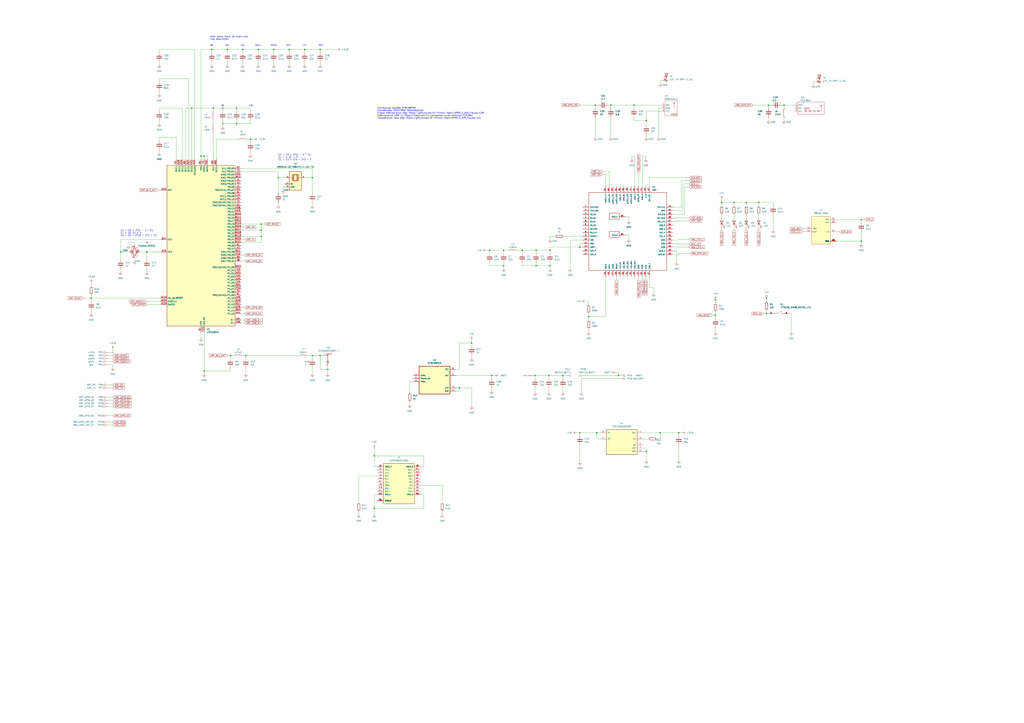
<source format=kicad_sch>
(kicad_sch (version 20230121) (generator eeschema)
  (paper "A1")
  (lib_symbols
    (symbol "12401832E402A:12401832E402A" (pin_names (offset 1.016))
      (property "Reference" "J" (at -12.7 16.002 0))
      (property "Value" "12401832E402A" (at -12.7 -18.542 0))
      (symbol "12401832E402A_0_0"
        (pin power_in line (at -17.78 -10.16 0) (length 5.08) (name "GND_A") (number "A1"))
        (pin bidirectional line (at -17.78 -5.08 0) (length 5.08) (name "RX2-") (number "A10"))
        (pin bidirectional line (at -17.78 -7.62 0) (length 5.08) (name "RX2+") (number "A11"))
        (pin power_in line (at -17.78 -10.16 0) (length 5.08) (name "GND_A") (number "A12"))
        (pin bidirectional line (at -17.78 10.16 0) (length 5.08) (name "TX1+") (number "A2"))
        (pin bidirectional line (at -17.78 7.62 0) (length 5.08) (name "TX1-") (number "A3"))
        (pin power_in line (at -17.78 12.7 0) (length 5.08) (name "VBUS_A") (number "A4"))
        (pin bidirectional line (at -17.78 5.08 0) (length 5.08) (name "CC1") (number "A5"))
        (pin bidirectional line (at -17.78 2.54 0) (length 5.08) (name "D1+") (number "A6"))
        (pin bidirectional line (at -17.78 0 0) (length 5.08) (name "D1-") (number "A7"))
        (pin bidirectional line (at -17.78 -2.54 0) (length 5.08) (name "SBU1") (number "A8"))
        (pin power_in line (at -17.78 12.7 0) (length 5.08) (name "VBUS_A") (number "A9"))
        (pin power_in line (at 17.78 -10.16 180) (length 5.08) (name "GND_B") (number "B1"))
        (pin bidirectional line (at 17.78 7.62 180) (length 5.08) (name "RX1-") (number "B10"))
        (pin bidirectional line (at 17.78 10.16 180) (length 5.08) (name "RX1+") (number "B11"))
        (pin power_in line (at 17.78 -10.16 180) (length 5.08) (name "GND_B") (number "B12"))
        (pin bidirectional line (at 17.78 -7.62 180) (length 5.08) (name "TX2+") (number "B2"))
        (pin bidirectional line (at 17.78 -5.08 180) (length 5.08) (name "TX2-") (number "B3"))
        (pin power_in line (at 17.78 12.7 180) (length 5.08) (name "VBUS_B") (number "B4"))
        (pin bidirectional line (at 17.78 -2.54 180) (length 5.08) (name "CC2") (number "B5"))
        (pin bidirectional line (at 17.78 0 180) (length 5.08) (name "D2+") (number "B6"))
        (pin bidirectional line (at 17.78 2.54 180) (length 5.08) (name "D2-") (number "B7"))
        (pin bidirectional line (at 17.78 5.08 180) (length 5.08) (name "SBU2") (number "B8"))
        (pin power_in line (at 17.78 12.7 180) (length 5.08) (name "VBUS_B") (number "B9"))
        (pin passive line (at -17.78 -15.24 0) (length 5.08) (name "SHIELD") (number "S1"))
        (pin passive line (at -17.78 -15.24 0) (length 5.08) (name "SHIELD") (number "S2"))
        (pin passive line (at -17.78 -15.24 0) (length 5.08) (name "SHIELD") (number "S3"))
        (pin passive line (at -17.78 -15.24 0) (length 5.08) (name "SHIELD") (number "S4"))
      )
    )
    (symbol "A9G:A9G" (pin_names (offset 1.016))
      (property "Reference" "U" (at 0 0 0))
      (property "Value" "A9G" (at 0 0 0))
      (symbol "A9G_0_0"
        (pin bidirectional line (at -5 52 0) (length 5.08) (name "I2C2_SCL") (number "1"))
        (pin bidirectional line (at -5 25 0) (length 5.08) (name "GND") (number "10"))
        (pin bidirectional line (at -5 22 0) (length 5.08) (name "VBAT") (number "11"))
        (pin bidirectional line (at -5 19 0) (length 5.08) (name "VBATT") (number "12"))
        (pin bidirectional line (at -5 16 0) (length 5.08) (name "SPK_P") (number "13"))
        (pin bidirectional line (at -5 13 0) (length 5.08) (name "SPK_N") (number "14"))
        (pin bidirectional line (at 14 -5 90) (length 5.08) (name "ADC0") (number "15"))
        (pin bidirectional line (at 17 -5 90) (length 5.08) (name "ADC1") (number "16"))
        (pin bidirectional line (at 20 -5 90) (length 5.08) (name "VUSB") (number "17"))
        (pin bidirectional line (at 23 -5 90) (length 5.08) (name "RESET") (number "18"))
        (pin bidirectional line (at 26 -5 90) (length 5.08) (name "LCD_CS") (number "19"))
        (pin bidirectional line (at -5 49 0) (length 5.08) (name "I2C2_SDA") (number "2"))
        (pin bidirectional line (at 29 -5 90) (length 5.08) (name "LCD_RST") (number "20"))
        (pin bidirectional line (at 32 -5 90) (length 5.08) (name "LCD_DIO") (number "21"))
        (pin bidirectional line (at 35 -5 90) (length 5.08) (name "LCD_SDC") (number "22"))
        (pin bidirectional line (at 38 -5 90) (length 5.08) (name "LCD_SCK") (number "23"))
        (pin bidirectional line (at 41 -5 90) (length 5.08) (name "IO29") (number "24"))
        (pin bidirectional line (at 44 -5 90) (length 5.08) (name "IO26") (number "25"))
        (pin bidirectional line (at 47 -5 90) (length 5.08) (name "IO27") (number "26"))
        (pin bidirectional line (at 50 -5 90) (length 5.08) (name "GND_1") (number "27"))
        (pin bidirectional line (at 69 13 180) (length 5.08) (name "GPS_RF") (number "28"))
        (pin bidirectional line (at 69 16 180) (length 5.08) (name "GND_2") (number "29"))
        (pin bidirectional line (at -5 46 0) (length 5.08) (name "SD_D3") (number "3"))
        (pin bidirectional line (at 69 19 180) (length 5.08) (name "IO28") (number "30"))
        (pin bidirectional line (at 69 22 180) (length 5.08) (name "IO30") (number "31"))
        (pin bidirectional line (at 69 25 180) (length 5.08) (name "IO25") (number "32"))
        (pin bidirectional line (at 69 28 180) (length 5.08) (name "MIC_N") (number "33"))
        (pin bidirectional line (at 69 31 180) (length 5.08) (name "MIC_P") (number "34"))
        (pin bidirectional line (at 69 34 180) (length 5.08) (name "USB_N") (number "35"))
        (pin bidirectional line (at 69 37 180) (length 5.08) (name "USB_P") (number "36"))
        (pin bidirectional line (at 69 40 180) (length 5.08) (name "HST_TXD") (number "37"))
        (pin bidirectional line (at 69 43 180) (length 5.08) (name "HST_RXD") (number "38"))
        (pin bidirectional line (at 69 46 180) (length 5.08) (name "SIM_DIO") (number "39"))
        (pin bidirectional line (at -5 43 0) (length 5.08) (name "SD_D2") (number "4"))
        (pin bidirectional line (at 69 49 180) (length 5.08) (name "VSIM") (number "40"))
        (pin bidirectional line (at 69 52 180) (length 5.08) (name "SIM_CLK") (number "41"))
        (pin bidirectional line (at 50 69 270) (length 5.08) (name "SIM_RST") (number "42"))
        (pin bidirectional line (at 47 69 270) (length 5.08) (name "V_IO") (number "43"))
        (pin bidirectional line (at 44 69 270) (length 5.08) (name "GND_3") (number "44"))
        (pin bidirectional line (at 41 69 270) (length 5.08) (name "GPRS_RF") (number "45"))
        (pin bidirectional line (at 38 69 270) (length 5.08) (name "GND_4") (number "46"))
        (pin bidirectional line (at 35 69 270) (length 5.08) (name "UART2_RTS") (number "47"))
        (pin bidirectional line (at 32 69 270) (length 5.08) (name "UART2_CTS") (number "48"))
        (pin bidirectional line (at 29 69 270) (length 5.08) (name "GPS_RX") (number "49"))
        (pin bidirectional line (at -5 40 0) (length 5.08) (name "SD_D1") (number "5"))
        (pin bidirectional line (at 26 69 270) (length 5.08) (name "GPS_TX") (number "50"))
        (pin bidirectional line (at 23 69 270) (length 5.08) (name "UART1_RTS") (number "51"))
        (pin bidirectional line (at 20 69 270) (length 5.08) (name "UART1_CTS") (number "52"))
        (pin bidirectional line (at 17 69 270) (length 5.08) (name "UART1_RX") (number "53"))
        (pin bidirectional line (at 14 69 270) (length 5.08) (name "UART1_TX") (number "54"))
        (pin bidirectional line (at 30 44 180) (length 5.08) (name "GND_5") (number "55"))
        (pin bidirectional line (at 30 29 180) (length 5.08) (name "GND_6") (number "56"))
        (pin bidirectional line (at -5 37 0) (length 5.08) (name "SD_D0") (number "6"))
        (pin bidirectional line (at -5 34 0) (length 5.08) (name "SD_CMD") (number "7"))
        (pin bidirectional line (at -5 31 0) (length 5.08) (name "SD_CLK") (number "8"))
        (pin bidirectional line (at -5 28 0) (length 5.08) (name "PWRKEY") (number "9"))
      )
    )
    (symbol "ABS04W-32.768KHZ-4-D2-T5:ABS04W-32.768KHZ-4-D2-T5" (pin_names (offset 1.016))
      (property "Reference" "Y" (at -5.0878 8.8959 0))
      (property "Value" "ABS04W-32.768KHZ-4-D2-T5" (at -5.0944 -10.16 0))
      (symbol "ABS04W-32.768KHZ-4-D2-T5_0_0"
        (pin passive line (at -7.62 2.54 0) (length 2.54) (name "~") (number "1"))
        (pin power_in line (at 7.62 -5.08 180) (length 2.54) (name "GND") (number "2"))
        (pin passive line (at 7.62 2.54 180) (length 2.54) (name "~") (number "3"))
        (pin no_connect line (at 7.62 -2.54 180) (length 2.54) (name "NC") (number "4"))
      )
    )
    (symbol "AH316M245001-T:AH316M245001-T" (pin_names (offset 1.016))
      (property "Reference" "AE" (at 1.2721 0 0))
      (property "Value" "AH316M245001-T" (at 1.2724 -2.2267 0))
      (symbol "AH316M245001-T_0_0"
        (pin input line (at 5.08 2.54 180) (length 5.08) (name "~") (number "1"))
        (pin power_in line (at 0 -7.62 90) (length 5.08) (name "~") (number "2"))
      )
    )
    (symbol "Connector:TestPoint" (pin_numbers hide) (pin_names (offset 0.762) hide)
      (property "Reference" "TP" (at 0 6.858 0))
      (property "Value" "TestPoint" (at 0 5.08 0))
      (symbol "TestPoint_1_1"
        (pin passive line (at 0 0 90) (length 2.54) (name "1") (number "1"))
      )
    )
    (symbol "Device:C" (pin_numbers hide) (pin_names (offset 0.254))
      (property "Reference" "C" (at 0.635 2.54 0))
      (property "Value" "C" (at 0.635 -2.54 0))
      (symbol "C_1_1"
        (pin passive line (at 0 3.81 270) (length 2.794) (name "~") (number "1"))
        (pin passive line (at 0 -3.81 90) (length 2.794) (name "~") (number "2"))
      )
    )
    (symbol "Device:Crystal_GND24" (pin_names (offset 1.016) hide)
      (property "Reference" "Y" (at 3.175 5.08 0))
      (property "Value" "Crystal_GND24" (at 3.175 3.175 0))
      (symbol "Crystal_GND24_1_1"
        (pin passive line (at -3.81 0 0) (length 1.27) (name "1") (number "1"))
        (pin passive line (at 0 5.08 270) (length 1.27) (name "2") (number "2"))
        (pin passive line (at 3.81 0 180) (length 1.27) (name "3") (number "3"))
        (pin passive line (at 0 -5.08 90) (length 1.27) (name "4") (number "4"))
      )
    )
    (symbol "Device:GGBLA.01.A"
      (property "Reference" "A" (at 3.81 1.27 0))
      (symbol "GGBLA.01.A_1_1"
        (text "GNSS" (at 7.62 -11.43 0) (effects (font (size 1.27 1.27))))
        (pin input line (at -2.54 -3.81 0) (length 2.54) (name "ANT") (number "1"))
        (pin input line (at -2.54 -6.35 0) (length 2.54) (name "GND") (number "2"))
        (pin input line (at -2.54 -8.89 0) (length 2.54) (name "FTE") (number "3"))
      )
    )
    (symbol "Device:L" (pin_numbers hide) (pin_names (offset 1.016) hide)
      (property "Reference" "L" (at -1.27 0 90))
      (property "Value" "L" (at 1.905 0 90))
      (symbol "L_1_1"
        (pin passive line (at 0 3.81 270) (length 1.27) (name "1") (number "1"))
        (pin passive line (at 0 -3.81 90) (length 1.27) (name "2") (number "2"))
      )
    )
    (symbol "Device:LED" (pin_numbers hide) (pin_names (offset 1.016) hide)
      (property "Reference" "D" (at 0 2.54 0))
      (property "Value" "LED" (at 0 -2.54 0))
      (symbol "LED_1_1"
        (pin passive line (at -3.81 0 0) (length 2.54) (name "K") (number "1"))
        (pin passive line (at 3.81 0 180) (length 2.54) (name "A") (number "2"))
      )
    )
    (symbol "Device:R" (pin_numbers hide) (pin_names (offset 0))
      (property "Reference" "R" (at 2.032 0 90))
      (property "Value" "R" (at 0 0 90))
      (symbol "R_1_1"
        (pin passive line (at 0 3.81 270) (length 1.27) (name "~") (number "1"))
        (pin passive line (at 0 -3.81 90) (length 1.27) (name "~") (number "2"))
      )
    )
    (symbol "MCU_Nordic:nRF52840"
      (property "Reference" "U" (at 0 5.08 0))
      (property "Value" "nRF52840" (at 0 2.54 0))
      (symbol "nRF52840_1_1"
        (pin bidirectional line (at 33.02 -7.62 180) (length 5.08) (name "AIN5/P0.29") (number "A10"))
        (pin bidirectional line (at 33.02 58.42 180) (length 5.08) (name "AIN0/P0.02") (number "A12"))
        (pin bidirectional line (at 33.02 -55.88 180) (length 5.08) (name "P1.15") (number "A14"))
        (pin bidirectional line (at 33.02 -50.8 180) (length 5.08) (name "P1.13") (number "A16"))
        (pin passive line (at -17.78 71.12 270) (length 5.08) (name "DEC2") (number "A18"))
        (pin bidirectional line (at 33.02 -43.18 180) (length 5.08) (name "P1.10") (number "A20"))
        (pin passive line (at 0 71.12 270) (length 5.08) hide (name "VDD") (number "A22"))
        (pin input line (at -33.02 -5.08 0) (length 5.08) (name "XC2") (number "A23"))
        (pin bidirectional line (at 33.02 -12.7 180) (length 5.08) (name "AIN7/P0.31") (number "A8"))
        (pin input line (at -33.02 -45.72 0) (length 5.08) (name "SWDCLK") (number "AA24"))
        (pin power_out line (at 12.7 71.12 270) (length 5.08) (name "DCCH") (number "AB2"))
        (pin bidirectional line (at 33.02 22.86 180) (length 5.08) (name "P0.16") (number "AC11"))
        (pin bidirectional line (at -33.02 -43.18 0) (length 5.08) (name "P0.18/~{RESET}") (number "AC13"))
        (pin bidirectional line (at 33.02 17.78 180) (length 5.08) (name "P0.19") (number "AC15"))
        (pin bidirectional line (at 33.02 12.7 180) (length 5.08) (name "P0.21") (number "AC17"))
        (pin bidirectional line (at 33.02 7.62 180) (length 5.08) (name "P0.23") (number "AC19"))
        (pin bidirectional line (at 33.02 2.54 180) (length 5.08) (name "P0.25") (number "AC21"))
        (pin bidirectional line (at -33.02 -48.26 0) (length 5.08) (name "SWDIO") (number "AC24"))
        (pin passive line (at -5.08 71.12 270) (length 5.08) (name "DECUSB") (number "AC5"))
        (pin bidirectional line (at 33.02 27.94 180) (length 5.08) (name "P0.14") (number "AC9"))
        (pin bidirectional line (at 33.02 25.4 180) (length 5.08) (name "P0.15") (number "AD10"))
        (pin bidirectional line (at 33.02 20.32 180) (length 5.08) (name "P0.17") (number "AD12"))
        (pin passive line (at 0 71.12 270) (length 5.08) hide (name "VDD") (number "AD14"))
        (pin bidirectional line (at 33.02 15.24 180) (length 5.08) (name "P0.20") (number "AD16"))
        (pin bidirectional line (at 33.02 10.16 180) (length 5.08) (name "P0.22") (number "AD18"))
        (pin power_in line (at 5.08 71.12 270) (length 5.08) (name "VBUS") (number "AD2"))
        (pin bidirectional line (at 33.02 5.08 180) (length 5.08) (name "P0.24") (number "AD20"))
        (pin bidirectional line (at 33.02 -17.78 180) (length 5.08) (name "TRACEDATA0/P1.00") (number "AD22"))
        (pin passive line (at 0 71.12 270) (length 5.08) hide (name "VDD") (number "AD23"))
        (pin bidirectional line (at 33.02 -60.96 180) (length 5.08) (name "D-") (number "AD4"))
        (pin bidirectional line (at 33.02 -63.5 180) (length 5.08) (name "D+") (number "AD6"))
        (pin bidirectional line (at 33.02 30.48 180) (length 5.08) (name "P0.13") (number "AD8"))
        (pin power_in line (at 0 71.12 270) (length 5.08) (name "VDD") (number "B1"))
        (pin bidirectional line (at 33.02 -5.08 180) (length 5.08) (name "AIN4/P0.28") (number "B11"))
        (pin bidirectional line (at 33.02 55.88 180) (length 5.08) (name "AIN1/P0.03") (number "B13"))
        (pin bidirectional line (at 33.02 -53.34 180) (length 5.08) (name "P1.14") (number "B15"))
        (pin bidirectional line (at 33.02 -48.26 180) (length 5.08) (name "P1.12") (number "B17"))
        (pin bidirectional line (at 33.02 -45.72 180) (length 5.08) (name "P1.11") (number "B19"))
        (pin input line (at -33.02 5.08 0) (length 5.08) (name "XC1") (number "B24"))
        (pin power_out line (at 10.16 71.12 270) (length 5.08) (name "DCC") (number "B3"))
        (pin passive line (at -12.7 71.12 270) (length 5.08) (name "DEC4") (number "B5"))
        (pin power_in line (at 0 -71.12 90) (length 5.08) (name "VSS") (number "B7"))
        (pin bidirectional line (at 33.02 -10.16 180) (length 5.08) (name "AIN6/P0.30") (number "B9"))
        (pin passive line (at -20.32 71.12 270) (length 5.08) (name "DEC1") (number "C1"))
        (pin bidirectional line (at 33.02 63.5 180) (length 5.08) (name "XL1/P0.00") (number "D2"))
        (pin passive line (at -15.24 71.12 270) (length 5.08) (name "DEC3") (number "D23"))
        (pin passive line (at -7.62 71.12 270) (length 5.08) (name "DEC6") (number "E24"))
        (pin passive line (at 0 -71.12 90) (length 5.08) hide (name "VSS") (number "EP"))
        (pin bidirectional line (at 33.02 60.96 180) (length 5.08) (name "XL2/P0.01") (number "F2"))
        (pin power_in line (at 2.54 -71.12 90) (length 5.08) (name "VSS_PA") (number "F23"))
        (pin bidirectional line (at 33.02 0 180) (length 5.08) (name "P0.26") (number "G1"))
        (pin bidirectional line (at 33.02 -2.54 180) (length 5.08) (name "P0.27") (number "H2"))
        (pin passive line (at -33.02 45.72 0) (length 5.08) (name "ANT") (number "H23"))
        (pin bidirectional line (at 33.02 53.34 180) (length 5.08) (name "AIN2/P0.04") (number "J1"))
        (pin bidirectional line (at 33.02 38.1 180) (length 5.08) (name "NFC2/P0.10") (number "J24"))
        (pin bidirectional line (at 33.02 50.8 180) (length 5.08) (name "AIN3/P0.05") (number "K2"))
        (pin bidirectional line (at 33.02 48.26 180) (length 5.08) (name "P0.06") (number "L1"))
        (pin bidirectional line (at 33.02 40.64 180) (length 5.08) (name "NFC1/P0.09") (number "L24"))
        (pin bidirectional line (at 33.02 45.72 180) (length 5.08) (name "TRACECLK/P0.07") (number "M2"))
        (pin bidirectional line (at 33.02 43.18 180) (length 5.08) (name "P0.08") (number "N1"))
        (pin passive line (at -10.16 71.12 270) (length 5.08) (name "DEC5") (number "N24"))
        (pin bidirectional line (at 33.02 -38.1 180) (length 5.08) (name "P1.08") (number "P2"))
        (pin bidirectional line (at 33.02 -35.56 180) (length 5.08) (name "P1.07") (number "P23"))
        (pin bidirectional line (at 33.02 -40.64 180) (length 5.08) (name "TRACEDATA3/P1.09") (number "R1"))
        (pin bidirectional line (at 33.02 -33.02 180) (length 5.08) (name "P1.06") (number "R24"))
        (pin bidirectional line (at 33.02 35.56 180) (length 5.08) (name "TRACEDATA2/P0.11") (number "T2"))
        (pin bidirectional line (at 33.02 -30.48 180) (length 5.08) (name "P1.05") (number "T23"))
        (pin bidirectional line (at 33.02 33.02 180) (length 5.08) (name "TRACEDATA1/P0.12") (number "U1"))
        (pin bidirectional line (at 33.02 -27.94 180) (length 5.08) (name "P1.04") (number "U24"))
        (pin bidirectional line (at 33.02 -25.4 180) (length 5.08) (name "P1.03") (number "V23"))
        (pin passive line (at 0 71.12 270) (length 5.08) hide (name "VDD") (number "W1"))
        (pin bidirectional line (at 33.02 -22.86 180) (length 5.08) (name "P1.02") (number "W24"))
        (pin power_in line (at 2.54 71.12 270) (length 5.08) (name "VDDH") (number "Y2"))
        (pin bidirectional line (at 33.02 -20.32 180) (length 5.08) (name "P1.01") (number "Y23"))
      )
    )
    (symbol "PTS526_SM08_SMTR2_LFS:PTS526_SM08_SMTR2_LFS" (pin_names (offset 1.016))
      (property "Reference" "S" (at -2.54 2.54 0))
      (property "Value" "PTS526_SM08_SMTR2_LFS" (at -2.54 -2.54 0))
      (symbol "PTS526_SM08_SMTR2_LFS_0_0"
        (pin passive line (at -7.62 0 0) (length 2.54) (name "~") (number "1"))
        (pin passive line (at -7.62 0 0) (length 2.54) (name "~") (number "2"))
        (pin passive line (at 7.62 0 180) (length 2.54) (name "~") (number "3"))
        (pin passive line (at 7.62 0 180) (length 2.54) (name "~") (number "4"))
      )
    )
    (symbol "RF:PCS.68.A"
      (property "Reference" "A" (at 0 0 0))
      (symbol "PCS.68.A_1_1"
        (text "GSM\n2G 3G 4G 5G" (at -1.27 -7.62 0) (effects (font (size 1.27 1.27)) (justify left)))
        (pin input line (at -8.89 -3.81 0) (length 2.54) (name "ANT") (number "1"))
        (pin input line (at -8.89 -6.35 0) (length 2.54) (name "NC") (number "2"))
        (pin input line (at -8.89 -8.89 0) (length 2.54) (name "NC") (number "3"))
      )
    )
    (symbol "STBC08PMR:STBC08PMR" (pin_names (offset 1.016))
      (property "Reference" "U" (at -12.7 13.7 0))
      (property "Value" "STBC08PMR" (at -12.7 -14.16 0))
      (symbol "STBC08PMR_0_0"
        (pin output line (at 17.78 5.08 180) (length 5.08) (name "BAT") (number "1"))
        (pin bidirectional line (at -17.78 2.54 0) (length 5.08) (name "POWER_ON") (number "2"))
        (pin bidirectional line (at -17.78 5.08 0) (length 5.08) (name "CHRG") (number "3"))
        (pin power_in line (at 17.78 -7.62 180) (length 5.08) (name "GND") (number "4"))
        (pin bidirectional line (at -17.78 0 0) (length 5.08) (name "PROG") (number "5"))
        (pin power_in line (at 17.78 10.16 180) (length 5.08) (name "VCC") (number "6"))
        (pin power_in line (at 17.78 -5.08 180) (length 5.08) (name "EXP") (number "7"))
      )
    )
    (symbol "TPS7A2633DRVR:TPS7A2633DRVR" (pin_names (offset 1.016))
      (property "Reference" "U" (at -12.7 11.16 0))
      (property "Value" "TPS7A2633DRVR" (at -12.7 -14.16 0))
      (symbol "TPS7A2633DRVR_0_0"
        (pin output line (at 17.78 7.62 180) (length 5.08) (name "OUT") (number "1"))
        (pin passive line (at 17.78 -2.54 180) (length 5.08) (name "NC") (number "2"))
        (pin output line (at 17.78 2.54 180) (length 5.08) (name "PG") (number "3"))
        (pin input line (at -17.78 2.54 0) (length 5.08) (name "EN") (number "4"))
        (pin power_in line (at 17.78 -7.62 180) (length 5.08) (name "GND") (number "5"))
        (pin input line (at -17.78 7.62 0) (length 5.08) (name "IN") (number "6"))
        (pin passive line (at 17.78 -5.08 180) (length 5.08) (name "EXP") (number "7"))
      )
    )
    (symbol "U.FL-R-SMT-1_10_:U.FL-R-SMT-1_10_" (pin_names (offset 1.016))
      (property "Reference" "J" (at -2.5406 5.0869 0))
      (property "Value" "U.FL-R-SMT-1_10_" (at -2.6677 -7.6346 0))
      (symbol "U.FL-R-SMT-1_10__0_0"
        (pin passive line (at -2.54 -2.54 0) (length 2.54) (name "~") (number "1"))
        (pin passive line (at -2.54 0 0) (length 2.54) (name "~") (number "2"))
        (pin passive line (at -2.54 -2.54 0) (length 2.54) (name "~") (number "3"))
      )
    )
    (symbol "molex_sim_78646-3001:78646-3001" (pin_names (offset 1.016))
      (property "Reference" "J" (at -7.1214 10.6776 0))
      (property "Value" "78646-3001" (at -7.3965 -14.784 0))
      (symbol "78646-3001_0_0"
        (pin power_in line (at 12.7 7.62 180) (length 5.08) (name "VCC") (number "C1"))
        (pin input line (at -12.7 0 0) (length 5.08) (name "RST") (number "C2"))
        (pin input clock (at -12.7 -2.54 0) (length 5.08) (name "CLK") (number "C3"))
        (pin power_in line (at 12.7 -10.16 180) (length 5.08) (name "GND") (number "C5"))
        (pin power_in line (at 12.7 5.08 180) (length 5.08) (name "VPP") (number "C6"))
        (pin bidirectional line (at 12.7 -2.54 180) (length 5.08) (name "I/O") (number "C7"))
        (pin power_in line (at 12.7 -10.16 180) (length 5.08) (name "GND") (number "G1"))
        (pin power_in line (at 12.7 -10.16 180) (length 5.08) (name "GND") (number "G2"))
        (pin power_in line (at 12.7 -10.16 180) (length 5.08) (name "GND") (number "G3"))
        (pin power_in line (at 12.7 -10.16 180) (length 5.08) (name "GND") (number "G4"))
        (pin power_in line (at 12.7 -10.16 180) (length 5.08) (name "GND") (number "G5"))
        (pin power_in line (at 12.7 -10.16 180) (length 5.08) (name "GND") (number "G6"))
      )
    )
    (symbol "power:+3.3V" (power) (pin_names (offset 0))
      (property "Value" "+3.3V" (at 0 3.556 0))
      (symbol "+3.3V_1_1"
        (pin power_in line (at 0 0 90) (length 0) hide (name "+3.3V") (number "1"))
      )
    )
    (symbol "power:+4V" (power) (pin_names (offset 0))
      (property "Value" "+4V" (at 0 3.556 0))
      (symbol "+4V_1_1"
        (pin power_in line (at 0 0 90) (length 0) hide (name "+4V") (number "1"))
      )
    )
    (symbol "power:+5V" (power) (pin_names (offset 0))
      (property "Value" "+5V" (at 0 3.556 0))
      (symbol "+5V_1_1"
        (pin power_in line (at 0 0 90) (length 0) hide (name "+5V") (number "1"))
      )
    )
    (symbol "power:+BATT" (power) (pin_names (offset 0))
      (property "Value" "+BATT" (at 0 3.556 0))
      (symbol "+BATT_1_1"
        (pin power_in line (at 0 0 90) (length 0) hide (name "+BATT") (number "1"))
      )
    )
    (symbol "power:GND" (power) (pin_names (offset 0))
      (property "Value" "GND" (at 0 -3.81 0))
      (symbol "GND_1_1"
        (pin power_in line (at 0 0 270) (length 0) hide (name "GND") (number "1"))
      )
    )
  )
  (junction (at 167.64 128.27))
  (junction (at 165.1 128.27))
  (junction (at 99.06 207.01))
  (junction (at 199.39 40.64))
  (junction (at 167.64 304.8))
  (junction (at 451.7 205.69))
  (junction (at 707.39 198.12))
  (junction (at 490.22 355.6))
  (junction (at 214.63 184.15))
  (junction (at 262.89 292.1))
  (junction (at 629.5 257.76))
  (junction (at 413.6 218.39))
  (junction (at 175.26 88.9))
  (junction (at 612.99 166.32))
  (junction (at 173.99 40.64))
  (junction (at 377.19 318.77))
  (junction (at 214.63 194.31))
  (junction (at 587.59 259.03))
  (junction (at 307.34 374.65))
  (junction (at 212.09 40.64))
  (junction (at 542.29 355.6))
  (junction (at 428.84 205.69))
  (junction (at 256.54 292.1))
  (junction (at 440.27 205.69))
  (junction (at 307.34 417.83))
  (junction (at 228.6 146.05))
  (junction (at 602.83 166.32))
  (junction (at 530.86 99.06))
  (junction (at 189.23 292.1))
  (junction (at 450.85 308.61))
  (junction (at 256.54 146.05))
  (junction (at 157.48 88.9))
  (junction (at 237.49 40.64))
  (junction (at 557.53 355.6))
  (junction (at 508 308.61))
  (junction (at 483.45 260.3))
  (junction (at 451.7 218.39))
  (junction (at 462.28 308.61))
  (junction (at 120.65 207.01))
  (junction (at 587.59 246.432))
  (junction (at 262.89 40.64))
  (junction (at 205.74 114.3))
  (junction (at 387.35 281.94))
  (junction (at 194.31 101.6))
  (junction (at 440.27 218.39))
  (junction (at 623.15 166.32))
  (junction (at 186.69 40.64))
  (junction (at 182.88 101.6))
  (junction (at 631.19 86.36))
  (junction (at 476.25 355.6))
  (junction (at 530.86 370.84))
  (junction (at 269.24 303.53))
  (junction (at 643.89 86.36))
  (junction (at 194.31 88.9))
  (junction (at 224.79 40.64))
  (junction (at 182.88 88.9))
  (junction (at 402.17 205.69))
  (junction (at 439.42 308.61))
  (junction (at 501.65 86.36))
  (junction (at 592.67 166.32))
  (junction (at 629.5 245.183))
  (junction (at 413.6 205.69))
  (junction (at 476.25 203.2))
  (junction (at 214.63 189.23))
  (junction (at 403.86 308.61))
  (junction (at 250.19 40.64))
  (junction (at 707.39 180.34))
  (junction (at 74.93 245.11))
  (junction (at 488.95 86.36))
  (junction (at 520.7 86.36))
  (junction (at 201.93 292.1))
  (wire (pts (xy 541.02 88.9) (xy 543.56 88.9)))
  (wire (pts (xy 269.24 302.26) (xy 269.24 303.53)))
  (wire (pts (xy 347.98 417.83) (xy 307.34 417.83)))
  (wire (pts (xy 707.39 180.34) (xy 709.93 180.34)))
  (wire (pts (xy 602.83 166.32) (xy 612.99 166.32)))
  (wire (pts (xy 132.08 245.11) (xy 74.93 245.11)))
  (wire (pts (xy 520.7 96.52) (xy 520.7 99.06)))
  (wire (pts (xy 120.65 207.01) (xy 120.65 213.36)))
  (wire (pts (xy 99.06 207.01) (xy 106.68 207.01)))
  (wire (pts (xy 519.01 130.76) (xy 519.01 128.22)))
  (wire (pts (xy 228.6 146.05) (xy 234.95 146.05)))
  (wire (pts (xy 144.78 130.81) (xy 144.78 113.03)))
  (wire (pts (xy 490.22 355.6) (xy 492.76 355.6)))
  (wire (pts (xy 130.81 88.9) (xy 130.81 91.44)))
  (wire (pts (xy 530.45 228.55) (xy 530.45 227.2)))
  (wire (pts (xy 262.89 40.64) (xy 276.86 40.64)))
  (wire (pts (xy 635 168.91) (xy 635 166.32)))
  (wire (pts (xy 149.86 130.81) (xy 149.86 88.9)))
  (wire (pts (xy 536.79 236.17) (xy 533.45 236.17)))
  (wire (pts (xy 182.88 99.06) (xy 182.88 101.6)))
  (wire (pts (xy 114.3 207.01) (xy 120.65 207.01)))
  (wire (pts (xy 592.67 186.64) (xy 592.67 189.18)))
  (wire (pts (xy 602.83 186.64) (xy 602.83 189.18)))
  (wire (pts (xy 413.6 215.85) (xy 413.6 218.39)))
  (wire (pts (xy 497.45 143.46) (xy 497.45 153.2)))
  (wire (pts (xy 88.9 331.47) (xy 92.71 331.47)))
  (wire (pts (xy 165.1 128.27) (xy 165.1 40.64)))
  (wire (pts (xy 501.65 86.36) (xy 520.7 86.36)))
  (wire (pts (xy 557.11 200.2) (xy 552.45 200.2)))
  (wire (pts (xy 587.59 246.432) (xy 587.59 248.87)))
  (wire (pts (xy 250.19 146.05) (xy 256.54 146.05)))
  (wire (pts (xy 186.69 40.64) (xy 199.39 40.64)))
  (wire (pts (xy 436.88 308.61) (xy 439.42 308.61)))
  (wire (pts (xy 555.84 215.85) (xy 555.84 206.2)))
  (wire (pts (xy 199.39 50.8) (xy 199.39 53.34)))
  (wire (pts (xy 476.25 86.36) (xy 488.95 86.36)))
  (wire (pts (xy 399.63 205.69) (xy 402.17 205.69)))
  (wire (pts (xy 173.99 50.8) (xy 173.99 53.34)))
  (wire (pts (xy 480.91 247.6) (xy 483.45 247.6)))
  (wire (pts (xy 505.46 306.07) (xy 508 306.07)))
  (wire (pts (xy 194.31 99.06) (xy 194.31 101.6)))
  (wire (pts (xy 88.9 292.1) (xy 92.71 292.1)))
  (wire (pts (xy 428.84 208.23) (xy 428.84 205.69)))
  (wire (pts (xy 468.21 220.93) (xy 468.21 197.2)))
  (wire (pts (xy 120.65 247.65) (xy 132.08 247.65)))
  (wire (pts (xy 377.19 318.77) (xy 377.19 321.31)))
  (wire (pts (xy 120.65 250.19) (xy 132.08 250.19)))
  (wire (pts (xy 189.23 302.26) (xy 189.23 304.8)))
  (wire (pts (xy 198.12 209.55) (xy 200.66 209.55)))
  (wire (pts (xy 88.9 328.93) (xy 92.71 328.93)))
  (wire (pts (xy 201.93 302.26) (xy 201.93 307.34)))
  (wire (pts (xy 402.17 215.85) (xy 402.17 218.39)))
  (wire (pts (xy 205.74 124.46) (xy 205.74 127)))
  (wire (pts (xy 256.54 292.1) (xy 256.54 294.64)))
  (wire (pts (xy 269.24 303.53) (xy 269.24 307.34)))
  (wire (pts (xy 629.5 257.76) (xy 632.04 257.76)))
  (wire (pts (xy 224.79 50.8) (xy 224.79 53.34)))
  (wire (pts (xy 516.47 196.8) (xy 516.47 193.2)))
  (wire (pts (xy 120.65 220.98) (xy 120.65 223.52)))
  (wire (pts (xy 602.83 166.32) (xy 602.83 168.86)))
  (wire (pts (xy 440.27 215.85) (xy 440.27 218.39)))
  (wire (pts (xy 451.7 205.69) (xy 451.7 208.23)))
  (wire (pts (xy 477.52 311.15) (xy 509.27 311.15)))
  (wire (pts (xy 402.17 205.69) (xy 402.17 208.23)))
  (wire (pts (xy 256.54 146.05) (xy 256.54 158.75)))
  (wire (pts (xy 557.11 196.8) (xy 557.11 197.2)))
  (wire (pts (xy 130.81 64.77) (xy 130.81 67.31)))
  (wire (pts (xy 557.53 355.6) (xy 560.07 355.6)))
  (wire (pts (xy 307.34 383.54) (xy 307.34 374.65)))
  (wire (pts (xy 256.54 138.43) (xy 256.54 146.05)))
  (wire (pts (xy 587.59 261.57) (xy 587.59 259.03)))
  (wire (pts (xy 520.7 86.36) (xy 520.7 88.9)))
  (wire (pts (xy 294.64 391.16) (xy 294.64 412.75)))
  (wire (pts (xy 559.65 170.2) (xy 552.45 170.2)))
  (wire (pts (xy 252.73 292.1) (xy 256.54 292.1)))
  (wire (pts (xy 450.85 308.61) (xy 450.85 311.15)))
  (wire (pts (xy 506.31 228.55) (xy 506.45 228.55)))
  (wire (pts (xy 88.9 334.01) (xy 92.71 334.01)))
  (wire (pts (xy 470.75 194.26) (xy 470.75 194.2)))
  (wire (pts (xy 256.54 166.37) (xy 256.54 168.91)))
  (wire (pts (xy 707.39 182.88) (xy 707.39 180.34)))
  (wire (pts (xy 476.25 355.6) (xy 476.25 358.14)))
  (wire (pts (xy 492.76 360.68) (xy 490.22 360.68)))
  (wire (pts (xy 132.08 207.01) (xy 120.65 207.01)))
  (wire (pts (xy 198.12 252.73) (xy 200.66 252.73)))
  (wire (pts (xy 198.12 186.69) (xy 200.66 186.69)))
  (wire (pts (xy 205.74 114.3) (xy 205.74 116.84)))
  (wire (pts (xy 262.89 292.1) (xy 262.89 303.53)))
  (wire (pts (xy 92.71 299.72) (xy 92.71 302.26)))
  (wire (pts (xy 74.93 242.57) (xy 74.93 245.11)))
  (wire (pts (xy 403.86 308.61) (xy 406.4 308.61)))
  (wire (pts (xy 160.02 130.81) (xy 160.02 40.64)))
  (wire (pts (xy 557.11 203.15) (xy 557.11 203.2)))
  (wire (pts (xy 130.81 113.03) (xy 130.81 115.57)))
  (wire (pts (xy 554.57 181.56) (xy 554.57 182.2)))
  (wire (pts (xy 602.83 176.48) (xy 602.83 179.02)))
  (wire (pts (xy 374.65 303.53) (xy 377.19 303.53)))
  (wire (pts (xy 224.79 40.64) (xy 237.49 40.64)))
  (wire (pts (xy 228.6 146.05) (xy 228.6 158.75)))
  (wire (pts (xy 194.31 91.44) (xy 194.31 88.9)))
  (wire (pts (xy 92.71 289.56) (xy 92.71 287.02)))
  (wire (pts (xy 629.5 245.06) (xy 629.5 245.183)))
  (wire (pts (xy 307.34 406.4) (xy 307.34 417.83)))
  (wire (pts (xy 707.39 190.5) (xy 707.39 198.12)))
  (wire (pts (xy 194.31 101.6) (xy 205.74 101.6)))
  (wire (pts (xy 530.86 370.84) (xy 530.86 378.46)))
  (wire (pts (xy 132.08 196.85) (xy 99.06 196.85)))
  (wire (pts (xy 559.65 148.54) (xy 559.65 170.2)))
  (wire (pts (xy 182.88 91.44) (xy 182.88 88.9)))
  (wire (pts (xy 250.19 40.64) (xy 262.89 40.64)))
  (wire (pts (xy 152.4 88.9) (xy 157.48 88.9)))
  (wire (pts (xy 440.27 218.39) (xy 451.7 218.39)))
  (wire (pts (xy 175.26 88.9) (xy 182.88 88.9)))
  (wire (pts (xy 440.27 205.69) (xy 440.27 208.23)))
  (wire (pts (xy 623.15 186.64) (xy 623.15 189.18)))
  (wire (pts (xy 440.27 205.69) (xy 451.7 205.69)))
  (wire (pts (xy 413.6 205.69) (xy 402.17 205.69)))
  (wire (pts (xy 339.09 313.69) (xy 336.55 313.69)))
  (wire (pts (xy 403.86 311.15) (xy 403.86 308.61)))
  (wire (pts (xy 428.84 205.69) (xy 440.27 205.69)))
  (wire (pts (xy 402.17 218.39) (xy 413.6 218.39)))
  (wire (pts (xy 557.11 200.61) (xy 557.11 200.2)))
  (wire (pts (xy 182.88 101.6) (xy 182.88 104.14)))
  (wire (pts (xy 612.99 168.86) (xy 612.99 166.32)))
  (wire (pts (xy 477.52 322.58) (xy 477.52 311.15)))
  (wire (pts (xy 198.12 196.85) (xy 200.66 196.85)))
  (wire (pts (xy 541.02 113.03) (xy 541.02 88.9)))
  (wire (pts (xy 476.25 200.2) (xy 476.25 203.2)))
  (wire (pts (xy 167.64 304.8) (xy 167.64 307.34)))
  (wire (pts (xy 374.65 321.31) (xy 377.19 321.31)))
  (wire (pts (xy 530.44 228.55) (xy 530.45 228.55)))
  (wire (pts (xy 152.4 130.81) (xy 152.4 88.9)))
  (wire (pts (xy 566 151.08) (xy 560.92 151.08)))
  (wire (pts (xy 480.06 308.61) (xy 508 308.61)))
  (wire (pts (xy 528.32 355.6) (xy 542.29 355.6)))
  (wire (pts (xy 483.45 270.46) (xy 483.45 273)))
  (wire (pts (xy 659.13 190.5) (xy 661.67 190.5)))
  (wire (pts (xy 462.28 308.61) (xy 462.28 311.15)))
  (wire (pts (xy 557.53 209.2) (xy 552.45 209.2)))
  (wire (pts (xy 110.49 212.09) (xy 110.49 214.63)))
  (wire (pts (xy 198.12 199.39) (xy 214.63 199.39)))
  (wire (pts (xy 641.35 86.36) (xy 643.89 86.36)))
  (wire (pts (xy 212.09 40.64) (xy 224.79 40.64)))
  (wire (pts (xy 149.86 88.9) (xy 130.81 88.9)))
  (wire (pts (xy 309.88 391.16) (xy 294.64 391.16)))
  (wire (pts (xy 494.88 140.92) (xy 500.45 140.92)))
  (wire (pts (xy 130.81 74.93) (xy 130.81 77.47)))
  (wire (pts (xy 173.99 40.64) (xy 173.99 43.18)))
  (wire (pts (xy 623.15 168.86) (xy 623.15 166.32)))
  (wire (pts (xy 198.12 184.15) (xy 214.63 184.15)))
  (wire (pts (xy 307.34 374.65) (xy 347.98 374.65)))
  (wire (pts (xy 224.79 43.18) (xy 224.79 40.64)))
  (wire (pts (xy 687.07 198.12) (xy 707.39 198.12)))
  (wire (pts (xy 516.47 178.2) (xy 513.45 178.2)))
  (wire (pts (xy 237.49 40.64) (xy 237.49 43.18)))
  (wire (pts (xy 88.9 341.63) (xy 92.71 341.63)))
  (wire (pts (xy 530.44 130.76) (xy 530.44 128.22)))
  (wire (pts (xy 262.89 292.1) (xy 264.16 292.1)))
  (wire (pts (xy 476.25 365.76) (xy 476.25 379.73)))
  (wire (pts (xy 612.99 186.64) (xy 612.99 189.18)))
  (wire (pts (xy 555.84 206.2) (xy 552.45 206.2)))
  (wire (pts (xy 199.39 292.1) (xy 201.93 292.1)))
  (wire (pts (xy 377.19 318.77) (xy 387.35 318.77)))
  (wire (pts (xy 451.7 218.39) (xy 451.7 220.93)))
  (wire (pts (xy 451.7 218.39) (xy 451.7 215.85)))
  (wire (pts (xy 186.69 40.64) (xy 186.69 43.18)))
  (wire (pts (xy 560.92 151.08) (xy 560.92 173.2)))
  (wire (pts (xy 519.01 128.22) (xy 521.45 128.22)))
  (wire (pts (xy 175.26 91.44) (xy 175.26 88.9)))
  (wire (pts (xy 439.42 308.61) (xy 450.85 308.61)))
  (wire (pts (xy 99.06 196.85) (xy 99.06 207.01)))
  (wire (pts (xy 363.22 420.37) (xy 363.22 422.91)))
  (wire (pts (xy 483.45 247.6) (xy 483.45 250.14)))
  (wire (pts (xy 520.7 99.06) (xy 530.86 99.06)))
  (wire (pts (xy 560.92 173.2) (xy 552.45 173.2)))
  (wire (pts (xy 377.19 281.94) (xy 387.35 281.94)))
  (wire (pts (xy 524.51 229.87) (xy 524.51 228.4584)))
  (wire (pts (xy 557.53 358.14) (xy 557.53 355.6)))
  (wire (pts (xy 530.86 99.06) (xy 530.86 102.87)))
  (wire (pts (xy 439.42 308.61) (xy 439.42 311.15)))
  (wire (pts (xy 536.79 241.25) (xy 536.79 236.17)))
  (wire (pts (xy 668.02 69.85) (xy 668.02 67.31)))
  (wire (pts (xy 592.67 163.78) (xy 592.67 166.32)))
  (wire (pts (xy 154.94 64.77) (xy 130.81 64.77)))
  (wire (pts (xy 198.12 140.97) (xy 228.6 140.97)))
  (wire (pts (xy 347.98 383.54) (xy 347.98 374.65)))
  (wire (pts (xy 387.35 318.77) (xy 387.35 334.01)))
  (wire (pts (xy 533.45 236.17) (xy 533.45 227.2)))
  (wire (pts (xy 88.9 318.77) (xy 92.71 318.77)))
  (wire (pts (xy 483.45 260.3) (xy 497.45 260.3)))
  (wire (pts (xy 592.67 176.48) (xy 592.67 179.02)))
  (wire (pts (xy 562.19 176.2) (xy 552.45 176.2)))
  (wire (pts (xy 629.5 255.22) (xy 629.5 257.76)))
  (wire (pts (xy 592.67 166.32) (xy 592.67 168.86)))
  (wire (pts (xy 439.42 318.77) (xy 439.42 322.58)))
  (wire (pts (xy 543.56 91.44) (xy 530.86 91.44)))
  (wire (pts (xy 189.23 292.1) (xy 189.23 294.64)))
  (wire (pts (xy 631.19 96.52) (xy 631.19 99.06)))
  (wire (pts (xy 635 166.32) (xy 623.15 166.32)))
  (wire (pts (xy 470.75 194.2) (xy 478.45 194.2)))
  (wire (pts (xy 160.02 40.64) (xy 130.81 40.64)))
  (wire (pts (xy 643.89 96.52) (xy 643.89 99.06)))
  (wire (pts (xy 170.18 128.27) (xy 167.64 128.27)))
  (wire (pts (xy 455.51 194.26) (xy 451.7 194.26)))
  (wire (pts (xy 377.19 303.53) (xy 377.19 281.94)))
  (wire (pts (xy 237.49 40.64) (xy 250.19 40.64)))
  (wire (pts (xy 88.9 326.39) (xy 92.71 326.39)))
  (wire (pts (xy 99.06 220.98) (xy 99.06 223.52)))
  (wire (pts (xy 497.45 260.3) (xy 497.45 227.2)))
  (wire (pts (xy 612.99 176.48) (xy 612.99 179.02)))
  (wire (pts (xy 262.89 303.53) (xy 269.24 303.53)))
  (wire (pts (xy 165.1 128.27) (xy 167.64 128.27)))
  (wire (pts (xy 256.54 302.26) (xy 256.54 307.34)))
  (wire (pts (xy 527.45 128.22) (xy 530.44 128.22)))
  (wire (pts (xy 450.85 308.61) (xy 462.28 308.61)))
  (wire (pts (xy 237.49 50.8) (xy 237.49 53.34)))
  (wire (pts (xy 309.88 406.4) (xy 307.34 406.4)))
  (wire (pts (xy 524.51 142.24) (xy 524.51 147.8082)))
  (wire (pts (xy 205.74 101.6) (xy 205.74 99.06)))
  (wire (pts (xy 387.35 292.1) (xy 387.35 294.64)))
  (wire (pts (xy 165.1 130.81) (xy 165.1 128.27)))
  (wire (pts (xy 631.19 86.36) (xy 633.73 86.36)))
  (wire (pts (xy 182.88 88.9) (xy 194.31 88.9)))
  (wire (pts (xy 307.34 374.65) (xy 307.34 368.3)))
  (wire (pts (xy 68.58 245.11) (xy 74.93 245.11)))
  (wire (pts (xy 516.47 181.56) (xy 516.47 178.2)))
  (wire (pts (xy 182.88 101.6) (xy 194.31 101.6)))
  (wire (pts (xy 668.02 67.31) (xy 670.56 67.31)))
  (wire (pts (xy 587.59 259.03) (xy 585.05 259.03)))
  (wire (pts (xy 198.12 257.81) (xy 200.66 257.81)))
  (wire (pts (xy 170.18 130.81) (xy 170.18 128.27)))
  (wire (pts (xy 425.03 205.69) (xy 428.84 205.69)))
  (wire (pts (xy 618.49 86.36) (xy 631.19 86.36)))
  (wire (pts (xy 198.12 189.23) (xy 214.63 189.23)))
  (wire (pts (xy 542.29 68.58) (xy 542.29 66.04)))
  (wire (pts (xy 198.12 265.43) (xy 200.66 265.43)))
  (wire (pts (xy 165.1 273.05) (xy 165.1 278.13)))
  (wire (pts (xy 566.42 208.28) (xy 557.53 208.28)))
  (wire (pts (xy 562.19 153.62) (xy 562.19 176.2)))
  (wire (pts (xy 345.44 398.78) (xy 363.22 398.78)))
  (wire (pts (xy 198.12 262.89) (xy 200.66 262.89)))
  (wire (pts (xy 473.71 355.6) (xy 476.25 355.6)))
  (wire (pts (xy 294.64 420.37) (xy 294.64 422.91)))
  (wire (pts (xy 309.88 383.54) (xy 307.34 383.54)))
  (wire (pts (xy 88.9 349.25) (xy 92.71 349.25)))
  (wire (pts (xy 659.13 187.96) (xy 661.67 187.96)))
  (wire (pts (xy 212.09 40.64) (xy 212.09 43.18)))
  (wire (pts (xy 508 306.07) (xy 508 308.61)))
  (wire (pts (xy 186.69 292.1) (xy 189.23 292.1)))
  (wire (pts (xy 130.81 123.19) (xy 130.81 125.73)))
  (wire (pts (xy 530.86 91.44) (xy 530.86 99.06)))
  (wire (pts (xy 413.6 205.69) (xy 417.41 205.69)))
  (wire (pts (xy 74.93 255.27) (xy 74.93 257.81)))
  (wire (pts (xy 201.93 292.1) (xy 201.93 294.64)))
  (wire (pts (xy 167.64 304.8) (xy 189.23 304.8)))
  (wire (pts (xy 468.21 197.2) (xy 478.45 197.2)))
  (wire (pts (xy 587.59 256.49) (xy 587.59 259.03)))
  (wire (pts (xy 635 176.53) (xy 635 189.23)))
  (wire (pts (xy 527.9 229.82) (xy 527.9 228.55)))
  (wire (pts (xy 189.23 292.1) (xy 191.77 292.1)))
  (wire (pts (xy 508 308.61) (xy 509.27 308.61)))
  (wire (pts (xy 175.26 99.06) (xy 175.26 101.6)))
  (wire (pts (xy 374.65 318.77) (xy 377.19 318.77)))
  (wire (pts (xy 490.22 355.6) (xy 490.22 360.68)))
  (wire (pts (xy 554.57 182.2) (xy 552.45 182.2)))
  (wire (pts (xy 463.13 194.26) (xy 470.75 194.26)))
  (wire (pts (xy 262.89 50.8) (xy 262.89 53.34)))
  (wire (pts (xy 501.65 86.36) (xy 501.65 88.9)))
  (wire (pts (xy 99.06 207.01) (xy 99.06 213.36)))
  (wire (pts (xy 527.9 228.55) (xy 527.45 228.55)))
  (wire (pts (xy 154.94 130.81) (xy 154.94 64.77)))
  (wire (pts (xy 262.89 40.64) (xy 262.89 43.18)))
  (wire (pts (xy 428.84 218.39) (xy 440.27 218.39)))
  (wire (pts (xy 228.6 140.97) (xy 228.6 146.05)))
  (wire (pts (xy 539.75 360.68) (xy 542.29 360.68)))
  (wire (pts (xy 566 148.54) (xy 559.65 148.54)))
  (wire (pts (xy 336.55 330.2) (xy 336.55 332.74)))
  (wire (pts (xy 428.84 215.85) (xy 428.84 218.39)))
  (wire (pts (xy 88.9 289.56) (xy 92.71 289.56)))
  (wire (pts (xy 88.9 346.71) (xy 92.71 346.71)))
  (wire (pts (xy 201.93 292.1) (xy 245.11 292.1)))
  (wire (pts (xy 626.96 257.76) (xy 629.5 257.76)))
  (wire (pts (xy 345.44 406.4) (xy 347.98 406.4)))
  (wire (pts (xy 105.41 201.93) (xy 105.41 199.39)))
  (wire (pts (xy 566 203.15) (xy 557.11 203.15)))
  (wire (pts (xy 542.29 355.6) (xy 557.53 355.6)))
  (wire (pts (xy 88.9 297.18) (xy 92.71 297.18)))
  (wire (pts (xy 612.99 166.32) (xy 623.15 166.32)))
  (wire (pts (xy 631.19 88.9) (xy 631.19 86.36)))
  (wire (pts (xy 530.86 110.49) (xy 530.86 113.03)))
  (wire (pts (xy 130.81 50.8) (xy 130.81 53.34)))
  (wire (pts (xy 476.25 203.2) (xy 478.45 203.2)))
  (wire (pts (xy 194.31 88.9) (xy 205.74 88.9)))
  (wire (pts (xy 647.28 257.76) (xy 649.82 257.76)))
  (wire (pts (xy 214.63 189.23) (xy 214.63 184.15)))
  (wire (pts (xy 516.47 193.2) (xy 513.45 193.2)))
  (wire (pts (xy 451.7 203.2) (xy 476.25 203.2)))
  (wire (pts (xy 363.22 398.78) (xy 363.22 412.75)))
  (wire (pts (xy 566 146) (xy 533.45 146)))
  (wire (pts (xy 250.19 50.8) (xy 250.19 53.34)))
  (wire (pts (xy 165.1 40.64) (xy 173.99 40.64)))
  (wire (pts (xy 307.34 417.83) (xy 307.34 422.91)))
  (wire (pts (xy 707.39 198.12) (xy 707.39 200.66)))
  (wire (pts (xy 88.9 316.23) (xy 92.71 316.23)))
  (wire (pts (xy 530.44 229.82) (xy 530.44 228.55)))
  (wire (pts (xy 629.5 245.183) (xy 629.5 247.6)))
  (wire (pts (xy 413.6 218.39) (xy 413.6 220.93)))
  (wire (pts (xy 234.95 153.67) (xy 232.41 153.67)))
  (wire (pts (xy 494.88 143.46) (xy 497.45 143.46)))
  (wire (pts (xy 528.32 370.84) (xy 530.86 370.84)))
  (wire (pts (xy 524.45 228.4584) (xy 524.45 227.2)))
  (wire (pts (xy 88.9 294.64) (xy 92.71 294.64)))
  (wire (pts (xy 214.63 199.39) (xy 214.63 194.31)))
  (wire (pts (xy 566 181.56) (xy 554.57 181.56)))
  (wire (pts (xy 451.7 205.69) (xy 451.7 203.2)))
  (wire (pts (xy 462.28 308.61) (xy 464.82 308.61)))
  (wire (pts (xy 566 153.62) (xy 562.19 153.62)))
  (wire (pts (xy 205.74 114.3) (xy 208.28 114.3)))
  (wire (pts (xy 214.63 194.31) (xy 214.63 189.23)))
  (wire (pts (xy 198.12 138.43) (xy 256.54 138.43)))
  (wire (pts (xy 232.41 153.67) (xy 232.41 156.21)))
  (wire (pts (xy 649.82 257.76) (xy 649.82 273)))
  (wire (pts (xy 557.53 365.76) (xy 557.53 378.46)))
  (wire (pts (xy 228.6 166.37) (xy 228.6 168.91)))
  (wire (pts (xy 528.32 368.3) (xy 530.86 368.3)))
  (wire (pts (xy 527.45 228.55) (xy 527.45 227.2)))
  (wire (pts (xy 175.26 109.22) (xy 175.26 130.81)))
  (wire (pts (xy 566 200.61) (xy 557.11 200.61)))
  (wire (pts (xy 528.32 360.68) (xy 532.13 360.68)))
  (wire (pts (xy 687.07 190.5) (xy 689.61 190.5)))
  (wire (pts (xy 499.11 86.36) (xy 501.65 86.36)))
  (wire (pts (xy 566 179.02) (xy 554.57 179.02)))
  (wire (pts (xy 413.6 208.23) (xy 413.6 205.69)))
  (wire (pts (xy 643.89 86.36) (xy 643.89 88.9)))
  (wire (pts (xy 250.19 40.64) (xy 250.19 43.18)))
  (wire (pts (xy 130.81 40.64) (xy 130.81 43.18)))
  (wire (pts (xy 542.29 66.04) (xy 544.83 66.04)))
  (wire (pts (xy 256.54 292.1) (xy 262.89 292.1)))
  (wire (pts (xy 387.35 281.94) (xy 387.35 284.48)))
  (wire (pts (xy 403.86 318.77) (xy 403.86 321.31)))
  (wire (pts (xy 478.45 200.2) (xy 476.25 200.2)))
  (wire (pts (xy 483.45 260.3) (xy 483.45 262.84)))
  (wire (pts (xy 554.57 179.2) (xy 552.45 179.2)))
  (wire (pts (xy 488.95 88.9) (xy 488.95 86.36)))
  (wire (pts (xy 173.99 40.64) (xy 186.69 40.64)))
  (wire (pts (xy 199.39 40.64) (xy 199.39 43.18)))
  (wire (pts (xy 554.57 179.02) (xy 554.57 179.2)))
  (wire (pts (xy 527.45 128.22) (xy 527.45 153.2)))
  (wire (pts (xy 451.7 194.26) (xy 451.7 196.8)))
  (wire (pts (xy 105.41 199.39) (xy 110.49 199.39)))
  (wire (pts (xy 587.59 269.19) (xy 587.59 273)))
  (wire (pts (xy 157.48 88.9) (xy 175.26 88.9)))
  (wire (pts (xy 524.51 147.8082) (xy 524.45 147.8082)))
  (wire (pts (xy 587.59 246.33) (xy 587.59 246.432)))
  (wire (pts (xy 199.39 40.64) (xy 212.09 40.64)))
  (wire (pts (xy 500.45 140.92) (xy 500.45 153.2)))
  (wire (pts (xy 483.45 257.76) (xy 483.45 260.3)))
  (wire (pts (xy 198.12 194.31) (xy 214.63 194.31)))
  (wire (pts (xy 347.98 406.4) (xy 347.98 417.83)))
  (wire (pts (xy 130.81 99.06) (xy 130.81 101.6)))
  (wire (pts (xy 205.74 88.9) (xy 205.74 91.44)))
  (wire (pts (xy 167.64 130.81) (xy 167.64 128.27)))
  (wire (pts (xy 623.15 176.48) (xy 623.15 179.02)))
  (wire (pts (xy 336.55 313.69) (xy 336.55 322.58)))
  (wire (pts (xy 198.12 214.63) (xy 200.66 214.63)))
  (wire (pts (xy 186.69 50.8) (xy 186.69 53.34)))
  (wire (pts (xy 345.44 383.54) (xy 347.98 383.54)))
  (wire (pts (xy 521.45 128.22) (xy 521.45 153.2)))
  (wire (pts (xy 203.2 114.3) (xy 205.74 114.3)))
  (wire (pts (xy 542.29 355.6) (xy 542.29 360.68)))
  (wire (pts (xy 506.45 228.55) (xy 506.45 227.2)))
  (wire (pts (xy 566 196.8) (xy 557.11 196.8)))
  (wire (pts (xy 74.93 232.41) (xy 74.93 234.95)))
  (wire (pts (xy 462.28 318.77) (xy 462.28 322.58)))
  (wire (pts (xy 450.85 318.77) (xy 450.85 322.58)))
  (wire (pts (xy 602.83 166.32) (xy 592.67 166.32)))
  (wire (pts (xy 476.25 355.6) (xy 490.22 355.6)))
  (wire (pts (xy 557.53 208.28) (xy 557.53 209.2)))
  (wire (pts (xy 214.63 184.15) (xy 217.17 184.15)))
  (wire (pts (xy 177.8 114.3) (xy 195.58 114.3)))
  (wire (pts (xy 387.35 279.4) (xy 387.35 281.94)))
  (wire (pts (xy 212.09 50.8) (xy 212.09 53.34)))
  (wire (pts (xy 533.45 146) (xy 533.45 153.2)))
  (wire (pts (xy 157.48 88.9) (xy 157.48 130.81)))
  (wire (pts (xy 643.89 86.36) (xy 652.78 86.36)))
  (wire (pts (xy 129.54 156.21) (xy 132.08 156.21)))
  (wire (pts (xy 524.45 147.8082) (xy 524.45 153.2)))
  (wire (pts (xy 74.93 245.11) (xy 74.93 247.65)))
  (wire (pts (xy 557.11 197.2) (xy 552.45 197.2)))
  (wire (pts (xy 524.51 228.4584) (xy 524.45 228.4584)))
  (wire (pts (xy 506.31 229.82) (xy 506.31 228.55)))
  (wire (pts (xy 167.64 273.05) (xy 167.64 304.8)))
  (wire (pts (xy 557.11 203.2) (xy 552.45 203.2)))
  (wire (pts (xy 374.65 308.61) (xy 403.86 308.61)))
  (wire (pts (xy 88.9 299.72) (xy 92.71 299.72)))
  (wire (pts (xy 144.78 113.03) (xy 130.81 113.03)))
  (wire (pts (xy 543.56 86.36) (xy 520.7 86.36)))
  (wire (pts (xy 177.8 114.3) (xy 177.8 130.81)))
  (wire (pts (xy 488.95 96.52) (xy 488.95 113.03)))
  (wire (pts (xy 501.65 96.52) (xy 501.65 113.03)))
  (wire (pts (xy 488.95 86.36) (xy 491.49 86.36)))
  (wire (pts (xy 687.07 180.34) (xy 707.39 180.34)))
  (wire (pts (xy 530.86 368.3) (xy 530.86 370.84)))
  (wire (pts (xy 110.49 199.39) (xy 110.49 201.93)))
  (text "B1" (at 172.72 38.1 0) (effects (font (size 1.27 1.27)) (justify left bottom)))
  (text "C1 = C2 = 2*CL - 2 * Cs\nCL = 4, Cs = 3\nC1 = C2 = 2*4 - 2*3 = 2" (at 228.6 132.08 0) (effects (font (size 1.27 1.27)) (justify left bottom)))
  (text "Changelog:" (at 916.94 33.02 0) (effects (font (size 1.27 1.27)) (justify left bottom)))
  (text "Y2" (at 248.92 38.1 0) (effects (font (size 1.27 1.27)) (justify left bottom)))
  (text "B1" (at 185.42 38.1 0) (effects (font (size 1.27 1.27)) (justify left bottom)))
  (text "A22" (at 234.95 38.1 0) (effects (font (size 1.27 1.27)) (justify left bottom)))
  (text "C1 = C2 = 2*CL - 2 * Cs\nCL = 10, Cs = 4\nC1 = C2 = 2*10 - 2*4 = 12" (at 99.06 194.31 0) (effects (font (size 1.27 1.27)) (justify left bottom)))
  (text "E24" (at 204.47 87.63 0) (effects (font (size 1.27 1.27)) (justify left bottom)))
  (text "Main power input for every pins\nCap description" (at 172.72 33.02 0) (effects (font (size 1.27 1.27)) (justify left bottom)))
  (text "AD14" (at 209.55 38.1 0) (effects (font (size 1.27 1.27)) (justify left bottom)))
  (text "W1" (at 198.12 38.1 0) (effects (font (size 1.27 1.27)) (justify left bottom)))
  (text "AD23" (at 222.25 38.1 0) (effects (font (size 1.27 1.27)) (justify left bottom)))
  (text "B5" (at 181.61 87.63 0) (effects (font (size 1.27 1.27)) (justify left bottom)))
  (text "TODO:\nПосчитать ёмкости на кварцах\nДобавить светодиоды\nДобавить тестовые площадки\nДобавить разъём swd\nДобавить разъём uart дополнительный\nДобавить gpio" (at 854.71 45.72 0) (effects (font (size 1.27 1.27)) (justify left bottom)))
  (text "AD2" (at 261.62 38.1 0) (effects (font (size 1.27 1.27)) (justify left bottom)))
  (text "Контроллер заряда: STBC08PMR\nСветодиоды: ASCKCR00-BU5V5020402\nСхема подключения a9g: https://github.com/Ai-Thinker-Open/GPRS_C_SDK/issues/428\nПодключение USB-C: https://habr.com/ru/companies/ruvds/articles/712766/\nПотребление тока a9g: https://github.com/Ai-Thinker-Open/GPRS_C_SDK/issues/421" (at 309.88 97.79 0) (effects (font (size 1.27 1.27)) (justify left bottom)))
  (global_label "BTN_U2" (shape input) (at 566 200.61 0) (property "Intersheetrefs" "${INTERSHEET_REFS}" (effects hide)))
  (global_label "NRF_SWDIO" (shape input) (at 92.71 294.64 0) (property "Intersheetrefs" "${INTERSHEET_REFS}" (effects hide)))
  (global_label "SIM_RST" (shape input) (at 659.13 187.96 180) (property "Intersheetrefs" "${INTERSHEET_REFS}" (effects hide)))
  (global_label "NRF_SWDCLK" (shape input) (at 92.71 297.18 0) (property "Intersheetrefs" "${INTERSHEET_REFS}" (effects hide)))
  (global_label "NRF_RX" (shape input) (at 494.88 143.46 180) (property "Intersheetrefs" "${INTERSHEET_REFS}" (effects hide)))
  (global_label "A9G_LED_4" (shape input) (at 566 203.15 0) (property "Intersheetrefs" "${INTERSHEET_REFS}" (effects hide)))
  (global_label "A9G_LED_1" (shape input) (at 592.67 189.18 270) (property "Intersheetrefs" "${INTERSHEET_REFS}" (effects hide)))
  (global_label "NRF_RESET" (shape input) (at 217.17 184.15 0) (property "Intersheetrefs" "${INTERSHEET_REFS}" (effects hide)))
  (global_label "A9G_GPS_ANT" (shape input) (at 566.42 208.28 0) (property "Intersheetrefs" "${INTERSHEET_REFS}" (effects hide)))
  (global_label "A9G_LED_2" (shape input) (at 527.9 229.82 270) (property "Intersheetrefs" "${INTERSHEET_REFS}" (effects hide)))
  (global_label "NRF_RESET" (shape input) (at 92.71 292.1 0) (property "Intersheetrefs" "${INTERSHEET_REFS}" (effects hide)))
  (global_label "A9G_GPIO_01" (shape input) (at 92.71 341.63 0) (property "Intersheetrefs" "${INTERSHEET_REFS}" (effects hide)))
  (global_label "A9G_GSM_ANT" (shape input) (at 524.51 142.24 90) (property "Intersheetrefs" "${INTERSHEET_REFS}" (effects hide)))
  (global_label "A9G_LED_3" (shape input) (at 530.44 229.82 270) (property "Intersheetrefs" "${INTERSHEET_REFS}" (effects hide)))
  (global_label "HST_RXD" (shape input) (at 92.71 346.71 0) (property "Intersheetrefs" "${INTERSHEET_REFS}" (effects hide)))
  (global_label "A9G_LED_2" (shape input) (at 602.83 189.18 270) (property "Intersheetrefs" "${INTERSHEET_REFS}" (effects hide)))
  (global_label "NRF_BLE_ANT" (shape input) (at 129.54 156.21 180) (property "Intersheetrefs" "${INTERSHEET_REFS}" (effects hide)))
  (global_label "BTN_U2" (shape input) (at 626.96 257.76 180) (property "Intersheetrefs" "${INTERSHEET_REFS}" (effects hide)))
  (global_label "NRF_GPIO_04" (shape input) (at 200.66 257.81 0) (property "Intersheetrefs" "${INTERSHEET_REFS}" (effects hide)))
  (global_label "NRF_RESET" (shape input) (at 68.58 245.11 180) (property "Intersheetrefs" "${INTERSHEET_REFS}" (effects hide)))
  (global_label "SIM_CLK" (shape input) (at 659.13 190.5 180) (property "Intersheetrefs" "${INTERSHEET_REFS}" (effects hide)))
  (global_label "SIM_CLK" (shape input) (at 566 148.54 0) (property "Intersheetrefs" "${INTERSHEET_REFS}" (effects hide)))
  (global_label "SIM_V" (shape input) (at 566 151.08 0) (property "Intersheetrefs" "${INTERSHEET_REFS}" (effects hide)))
  (global_label "NRF_TX" (shape input) (at 494.88 140.92 180) (property "Intersheetrefs" "${INTERSHEET_REFS}" (effects hide)))
  (global_label "A9G_GPIO_01" (shape input) (at 524.51 229.87 270) (property "Intersheetrefs" "${INTERSHEET_REFS}" (effects hide)))
  (global_label "A9G_RESET" (shape input) (at 506.31 229.82 270) (property "Intersheetrefs" "${INTERSHEET_REFS}" (effects hide)))
  (global_label "NRF_USB_D+" (shape input) (at 200.66 265.43 0) (property "Intersheetrefs" "${INTERSHEET_REFS}" (effects hide)))
  (global_label "SIM_V" (shape input) (at 709.93 180.34 0) (property "Intersheetrefs" "${INTERSHEET_REFS}" (effects hide)))
  (global_label "HST_RXD" (shape input) (at 566 179.02 0) (property "Intersheetrefs" "${INTERSHEET_REFS}" (effects hide)))
  (global_label "NRF_GPIO_04" (shape input) (at 92.71 334.01 0) (property "Intersheetrefs" "${INTERSHEET_REFS}" (effects hide)))
  (global_label "A9G_GSM_ANT" (shape input) (at 618.49 86.36 180) (property "Intersheetrefs" "${INTERSHEET_REFS}" (effects hide)))
  (global_label "A9G_RESET" (shape input) (at 585.05 259.03 180) (property "Intersheetrefs" "${INTERSHEET_REFS}" (effects hide)))
  (global_label "HST_TXD" (shape input) (at 566 181.56 0) (property "Intersheetrefs" "${INTERSHEET_REFS}" (effects hide)))
  (global_label "NRF_GPIO_02" (shape input) (at 200.66 214.63 0) (property "Intersheetrefs" "${INTERSHEET_REFS}" (effects hide)))
  (global_label "SIM_DIO" (shape input) (at 689.61 190.5 0) (property "Intersheetrefs" "${INTERSHEET_REFS}" (effects hide)))
  (global_label "NRF_RX" (shape input) (at 200.66 186.69 0) (property "Intersheetrefs" "${INTERSHEET_REFS}" (effects hide)))
  (global_label "A9G_LED_4" (shape input) (at 623.15 189.18 270) (property "Intersheetrefs" "${INTERSHEET_REFS}" (effects hide)))
  (global_label "NRF_TX" (shape input) (at 92.71 318.77 0) (property "Intersheetrefs" "${INTERSHEET_REFS}" (effects hide)))
  (global_label "A9G_GPS_ANT" (shape input) (at 476.25 86.36 180) (property "Intersheetrefs" "${INTERSHEET_REFS}" (effects hide)))
  (global_label "NRF_TX" (shape input) (at 200.66 196.85 0) (property "Intersheetrefs" "${INTERSHEET_REFS}" (effects hide)))
  (global_label "NRF_BLE_ANT" (shape input) (at 186.69 292.1 180) (property "Intersheetrefs" "${INTERSHEET_REFS}" (effects hide)))
  (global_label "NRF_SWDCLK" (shape input) (at 120.65 247.65 180) (property "Intersheetrefs" "${INTERSHEET_REFS}" (effects hide)))
  (global_label "HST_TXD" (shape input) (at 92.71 349.25 0) (property "Intersheetrefs" "${INTERSHEET_REFS}" (effects hide)))
  (global_label "NRF_GPIO_01" (shape input) (at 92.71 326.39 0) (property "Intersheetrefs" "${INTERSHEET_REFS}" (effects hide)))
  (global_label "NRF_GPIO_03" (shape input) (at 92.71 331.47 0) (property "Intersheetrefs" "${INTERSHEET_REFS}" (effects hide)))
  (global_label "A9G_LED_1" (shape input) (at 566 196.8 0) (property "Intersheetrefs" "${INTERSHEET_REFS}" (effects hide)))
  (global_label "NRF_RX" (shape input) (at 92.71 316.23 0) (property "Intersheetrefs" "${INTERSHEET_REFS}" (effects hide)))
  (global_label "NRF_GPIO_02" (shape input) (at 92.71 328.93 0) (property "Intersheetrefs" "${INTERSHEET_REFS}" (effects hide)))
  (global_label "A9G_LED_3" (shape input) (at 612.99 189.18 270) (property "Intersheetrefs" "${INTERSHEET_REFS}" (effects hide)))
  (global_label "NRF_SWDIO" (shape input) (at 120.65 250.19 180) (property "Intersheetrefs" "${INTERSHEET_REFS}" (effects hide)))
  (global_label "SIM_RST" (shape input) (at 566 146 0) (property "Intersheetrefs" "${INTERSHEET_REFS}" (effects hide)))
  (global_label "NRF_USB_D-" (shape input) (at 200.66 262.89 0) (property "Intersheetrefs" "${INTERSHEET_REFS}" (effects hide)))
  (global_label "NRF_GPIO_01" (shape input) (at 200.66 209.55 0) (property "Intersheetrefs" "${INTERSHEET_REFS}" (effects hide)))
  (global_label "SIM_DIO" (shape input) (at 566 153.62 0) (property "Intersheetrefs" "${INTERSHEET_REFS}" (effects hide)))
  (global_label "NRF_GPIO_03" (shape input) (at 200.66 252.73 0) (property "Intersheetrefs" "${INTERSHEET_REFS}" (effects hide)))
  (symbol (lib_id "Connector:TestPoint") (at 88.9 318.77 90) (unit 1)
    (property "Reference" "TP7" (at 82.55 318.77 90))
    (property "Value" "NRF_TX" (at 74.93 318.77 90))
    (property "Footprint" "TestPoint:TestPoint_Pad_D2.0mm" (effects hide))
  )
  (symbol (lib_id "power:GND") (at 307.34 422.91 0) (unit 1)
    (property "Reference" "#PWR082" (effects hide))
    (property "Value" "GND" (at 307.34 427.99 0))
  )
  (symbol (lib_id "power:GND") (at 224.79 53.34 0) (unit 1)
    (property "Reference" "#PWR040" (effects hide))
    (property "Value" "GND" (at 224.79 58.42 0))
  )
  (symbol (lib_id "power:GND") (at 649.82 273 0) (unit 1)
    (property "Reference" "#PWR010" (effects hide))
    (property "Value" "GND" (at 649.82 278.08 0))
  )
  (symbol (lib_id "Device:R") (at 602.83 172.67 0) (unit 1)
    (property "Reference" "R7" (at 605.37 171.4 0) (effects (justify left)))
    (property "Value" "510" (at 605.37 173.94 0) (effects (justify left)))
    (property "Footprint" "Resistor_SMD:R_0201_0603Metric" (effects hide))
  )
  (symbol (lib_id "U.FL-R-SMT-1_10_:U.FL-R-SMT-1_10_") (at 547.37 63.5 0) (unit 1)
    (property "Reference" "J2" (at 549.91 62.6745 0) (effects (justify left)))
    (property "Value" "U.FL-R-SMT-1_10_" (at 549.91 65.2145 0) (effects (justify left)))
    (property "Footprint" "U.FL-R-SMT-1_10_:HRS_U.FL-R-SMT-1_10_" (effects hide))
    (property "MF" "Hirose" (effects hide))
    (property "DESCRIPTION" "U.FL Series 6 Ghz 50 Ohm Ultra-small SMT Coaxial Cable Receptacle" (effects hide))
    (property "PACKAGE" "None" (effects hide))
    (property "PRICE" "0.71 USD" (effects hide))
    (property "Package" "None" (effects hide))
    (property "Check_prices" "https://www.snapeda.com/parts/U.FL-R-SMT-1(10)/Hirose+Electric+Co+Ltd/view-part/?ref=eda" (effects hide))
    (property "STANDARD" "Manufacturer Recommendation" (effects hide))
    (property "SnapEDA_Link" "https://www.snapeda.com/parts/U.FL-R-SMT-1(10)/Hirose+Electric+Co+Ltd/view-part/?ref=snap" (effects hide))
    (property "MP" "U.FL-R-SMT-1(10)" (effects hide))
    (property "Purchase-URL" "https://www.snapeda.com/api/url_track_click_mouser/?unipart_id=55192&manufacturer=Hirose&part_name=U.FL-R-SMT-1(10)&search_term=u.fl-r-smt-1(10)" (effects hide))
    (property "Price" "None" (effects hide))
    (property "Description" "\nU.FL (UMCC) Connector Receptacle, Male Pin 50 Ohms Surface Mount Solder\n" (effects hide))
    (property "Availability" "In Stock" (effects hide))
    (property "AVAILABILITY" "Good" (effects hide))
    (property "MANUFACTURER" "Hirose" (effects hide))
  )
  (symbol (lib_id "Device:C") (at 587.59 265.38 0) (unit 1)
    (property "Reference" "C4" (at 591.4 264.11 0) (effects (justify left)))
    (property "Value" "0.1u" (at 591.4 266.65 0) (effects (justify left)))
    (property "Footprint" "Capacitor_SMD:C_0201_0603Metric" (effects hide))
    (property "MP" "CL03A104KP3NNNC" (effects hide))
  )
  (symbol (lib_id "Device:C") (at 224.79 46.99 0) (unit 1)
    (property "Reference" "C25" (at 228.6 45.72 0) (effects (justify left)))
    (property "Value" "0.1u" (at 228.6 48.26 0) (effects (justify left)))
    (property "Footprint" "Capacitor_SMD:C_0201_0603Metric" (effects hide))
    (property "MP" "CL03A104KP3NNNC" (effects hide))
  )
  (symbol (lib_id "Device:C") (at 488.95 92.71 0) (unit 1)
    (property "Reference" "C35" (at 492.76 91.44 0) (effects (justify left)))
    (property "Value" "NC" (at 492.76 93.98 0) (effects (justify left)))
    (property "Footprint" "Capacitor_SMD:C_0402_1005Metric" (effects hide))
  )
  (symbol (lib_id "power:+4V") (at 587.59 246.432 0) (unit 1)
    (property "Reference" "#PWR086" (effects hide))
    (property "Value" "+4V" (at 587.59 241.352 0))
  )
  (symbol (lib_id "power:GND") (at 186.69 53.34 0) (unit 1)
    (property "Reference" "#PWR037" (effects hide))
    (property "Value" "GND" (at 186.69 58.42 0))
  )
  (symbol (lib_id "Device:C") (at 520.7 92.71 0) (unit 1)
    (property "Reference" "C32" (at 524.51 91.44 0) (effects (justify left)))
    (property "Value" "0.5" (at 524.51 93.98 0) (effects (justify left)))
    (property "Footprint" "Capacitor_SMD:C_0402_1005Metric" (effects hide))
  )
  (symbol (lib_id "power:+BATT") (at 406.4 308.61 270) (unit 1)
    (property "Reference" "#PWR020" (effects hide))
    (property "Value" "+BATT" (at 410.21 308.61 90) (effects (justify left)))
  )
  (symbol (lib_id "Device:C") (at 228.6 162.56 0) (unit 1)
    (property "Reference" "C13" (at 232.41 161.29 0) (effects (justify left)))
    (property "Value" "2" (at 232.41 163.83 0) (effects (justify left)))
    (property "Footprint" "Capacitor_SMD:C_0201_0603Metric" (effects hide))
  )
  (symbol (lib_id "Device:C") (at 120.65 217.17 0) (unit 1)
    (property "Reference" "C12" (at 124.46 215.9 0) (effects (justify left)))
    (property "Value" "12" (at 124.46 218.44 0) (effects (justify left)))
    (property "Footprint" "Capacitor_SMD:C_0201_0603Metric" (effects hide))
  )
  (symbol (lib_id "Connector:TestPoint") (at 88.9 294.64 90) (unit 1)
    (property "Reference" "TP3" (at 82.55 294.64 90))
    (property "Value" "swdio" (at 74.93 294.64 90))
    (property "Footprint" "TestPoint:TestPoint_Pad_D2.0mm" (effects hide))
  )
  (symbol (lib_id "Device:C") (at 212.09 46.99 0) (unit 1)
    (property "Reference" "C24" (at 215.9 45.72 0) (effects (justify left)))
    (property "Value" "0.1u" (at 215.9 48.26 0) (effects (justify left)))
    (property "Footprint" "Capacitor_SMD:C_0201_0603Metric" (effects hide))
    (property "MP" "CL03A104KP3NNNC" (effects hide))
  )
  (symbol (lib_id "MCU_Nordic:nRF52840") (at 165.1 201.93 0) (unit 1)
    (property "Reference" "U1" (at 169.8341 270.51 0) (effects (justify left)))
    (property "Value" "nRF52840" (at 169.8341 273.05 0) (effects (justify left)))
    (property "Footprint" "Package_DFN_QFN:Nordic_AQFN-73-1EP_7x7mm_P0.5mm" (effects hide))
    (property "Datasheet" "http://infocenter.nordicsemi.com/topic/com.nordic.infocenter.nrf52/dita/nrf52/chips/nrf52840.html" (effects hide))
  )
  (symbol (lib_id "power:GND") (at 488.95 113.03 0) (unit 1)
    (property "Reference" "#PWR058" (effects hide))
    (property "Value" "GND" (at 492.76 114.3 0))
  )
  (symbol (lib_id "power:GND") (at 516.47 181.56 0) (unit 1)
    (property "Reference" "#PWR08" (effects hide))
    (property "Value" "GND" (at 516.47 186.64 0))
  )
  (symbol (lib_id "power:GND") (at 167.64 307.34 0) (unit 1)
    (property "Reference" "#PWR028" (effects hide))
    (property "Value" "GND" (at 167.64 312.42 0))
  )
  (symbol (lib_id "Device:C") (at 99.06 217.17 0) (unit 1)
    (property "Reference" "C11" (at 102.87 215.9 0) (effects (justify left)))
    (property "Value" "12" (at 102.87 218.44 0) (effects (justify left)))
    (property "Footprint" "Capacitor_SMD:C_0201_0603Metric" (effects hide))
  )
  (symbol (lib_id "Device:L") (at 195.58 292.1 90) (unit 1)
    (property "Reference" "L2" (at 195.58 287.02 90))
    (property "Value" "4.7nH" (at 195.58 289.56 90))
    (property "Footprint" "Inductor_SMD:L_0402_1005Metric" (effects hide))
  )
  (symbol (lib_id "Connector:TestPoint") (at 509.27 311.15 270) (unit 1)
    (property "Reference" "TP16" (at 516.89 311.15 90))
    (property "Value" "GND_BATT" (at 524.51 311.15 90))
    (property "Footprint" "TestPoint:TestPoint_THTPad_D2.0mm_Drill1.0mm" (effects hide))
  )
  (symbol (lib_id "power:GND") (at 451.7 220.93 0) (unit 1)
    (property "Reference" "#PWR09" (effects hide))
    (property "Value" "GND" (at 451.7 226.01 0))
  )
  (symbol (lib_id "power:GND") (at 536.79 241.25 0) (unit 1)
    (property "Reference" "#PWR06" (effects hide))
    (property "Value" "GND" (at 536.79 246.33 0))
  )
  (symbol (lib_id "Device:R") (at 587.59 252.68 0) (unit 1)
    (property "Reference" "R3" (at 590.13 251.41 0) (effects (justify left)))
    (property "Value" "100k" (at 590.13 253.95 0) (effects (justify left)))
    (property "Footprint" "Resistor_SMD:R_0201_0603Metric" (effects hide))
  )
  (symbol (lib_id "power:GND") (at 557.53 378.46 0) (unit 1)
    (property "Reference" "#PWR075" (effects hide))
    (property "Value" "GND" (at 557.53 383.54 0))
  )
  (symbol (lib_id "power:GND") (at 643.89 99.06 0) (unit 1)
    (property "Reference" "#PWR059" (effects hide))
    (property "Value" "GND" (at 647.7 100.33 0))
  )
  (symbol (lib_id "Connector:TestPoint") (at 509.27 308.61 270) (unit 1)
    (property "Reference" "TP15" (at 516.89 308.61 90))
    (property "Value" "+BATT" (at 524.51 308.61 90))
    (property "Footprint" "TestPoint:TestPoint_THTPad_D2.0mm_Drill1.0mm" (effects hide))
  )
  (symbol (lib_id "Device:C") (at 450.85 314.96 0) (unit 1)
    (property "Reference" "C45" (at 454.66 313.69 0) (effects (justify left)))
    (property "Value" "22u" (at 454.66 316.23 0) (effects (justify left)))
    (property "Footprint" "Capacitor_SMD:C_0603_1608Metric" (effects hide))
    (property "MP" "CL10A226MO7JZNC" (effects hide))
  )
  (symbol (lib_id "Connector:TestPoint") (at 88.9 316.23 90) (unit 1)
    (property "Reference" "TP6" (at 82.55 316.23 90))
    (property "Value" "NRF_RX" (at 74.93 316.23 90))
    (property "Footprint" "TestPoint:TestPoint_Pad_D2.0mm" (effects hide))
  )
  (symbol (lib_id "Device:C") (at 130.81 46.99 0) (unit 1)
    (property "Reference" "C20" (at 134.62 45.72 0) (effects (justify left)))
    (property "Value" "10u" (at 134.62 48.26 0) (effects (justify left)))
    (property "Footprint" "Capacitor_SMD:C_0402_1005Metric" (effects hide))
    (property "MP" "CL05A106MP5NUNC" (effects hide))
  )
  (symbol (lib_id "power:+4V") (at 473.71 355.6 90) (unit 1)
    (property "Reference" "#PWR090" (effects hide))
    (property "Value" "+4V" (at 469.9 355.6 90) (effects (justify left)))
  )
  (symbol (lib_id "power:GND") (at 483.45 273 0) (unit 1)
    (property "Reference" "#PWR013" (effects hide))
    (property "Value" "GND" (at 483.45 278.08 0))
  )
  (symbol (lib_id "Device:C") (at 256.54 298.45 0) (unit 1)
    (property "Reference" "C40" (at 250.19 297.18 0) (effects (justify left)))
    (property "Value" "1" (at 250.19 299.72 0) (effects (justify left)))
    (property "Footprint" "Capacitor_SMD:C_0201_0603Metric" (effects hide))
  )
  (symbol (lib_id "power:+5V") (at 307.34 368.3 0) (unit 1)
    (property "Reference" "#PWR081" (effects hide))
    (property "Value" "+5V" (at 307.34 363.22 0))
  )
  (symbol (lib_id "Device:R") (at 74.93 238.76 0) (unit 1)
    (property "Reference" "R10" (at 77.47 237.49 0) (effects (justify left)))
    (property "Value" "10k" (at 77.47 240.03 0) (effects (justify left)))
    (property "Footprint" "Resistor_SMD:R_0201_0603Metric" (effects hide))
  )
  (symbol (lib_id "Device:C") (at 205.74 120.65 0) (unit 1)
    (property "Reference" "C30" (at 209.55 119.38 0) (effects (justify left)))
    (property "Value" "10u" (at 209.55 121.92 0) (effects (justify left)))
    (property "Footprint" "Capacitor_SMD:C_0402_1005Metric" (effects hide))
    (property "MP" "CL05A106MP5NUNC" (effects hide))
  )
  (symbol (lib_id "Device:C") (at 637.54 86.36 90) (unit 1)
    (property "Reference" "C39" (at 638.81 80.01 90) (effects (justify left)))
    (property "Value" "3.3" (at 637.54 82.55 90) (effects (justify left)))
    (property "Footprint" "Capacitor_SMD:C_0402_1005Metric" (effects hide))
  )
  (symbol (lib_id "power:GND") (at 228.6 168.91 0) (unit 1)
    (property "Reference" "#PWR049" (effects hide))
    (property "Value" "GND" (at 228.6 173.99 0))
  )
  (symbol (lib_id "Device:R") (at 294.64 416.56 0) (unit 1)
    (property "Reference" "R14" (at 297.18 415.29 0) (effects (justify left)))
    (property "Value" "5.1k" (at 297.18 417.83 0) (effects (justify left)))
    (property "Footprint" "Resistor_SMD:R_0201_0603Metric" (effects hide))
  )
  (symbol (lib_id "Device:C") (at 402.17 212.04 0) (unit 1)
    (property "Reference" "C6" (at 405.98 210.77 0) (effects (justify left)))
    (property "Value" "22u" (at 405.98 213.31 0) (effects (justify left)))
    (property "Footprint" "Capacitor_SMD:C_0603_1608Metric" (effects hide))
    (property "MP" "CL10A226MO7JZNC" (effects hide))
  )
  (symbol (lib_id "power:GND") (at 262.89 53.34 0) (unit 1)
    (property "Reference" "#PWR051" (effects hide))
    (property "Value" "GND" (at 262.89 58.42 0))
  )
  (symbol (lib_id "power:+3.3V") (at 92.71 287.02 0) (unit 1)
    (property "Reference" "#PWR054" (effects hide))
    (property "Value" "+3.3V" (at 92.71 281.94 0))
  )
  (symbol (lib_id "Connector:TestPoint") (at 88.9 326.39 90) (unit 1)
    (property "Reference" "TP8" (at 82.55 326.39 90))
    (property "Value" "NRF_GPIO_01" (at 71.12 326.39 90))
    (property "Footprint" "TestPoint:TestPoint_Pad_D2.0mm" (effects hide))
  )
  (symbol (lib_id "power:GND") (at 413.6 220.93 0) (unit 1)
    (property "Reference" "#PWR021" (effects hide))
    (property "Value" "GND" (at 413.6 226.01 0))
  )
  (symbol (lib_id "ABS04W-32.768KHZ-4-D2-T5:ABS04W-32.768KHZ-4-D2-T5") (at 242.57 148.59 0) (mirror y) (unit 1)
    (property "Reference" "Y2" (at 242.57 134.62 0))
    (property "Value" "ABS04W-32.768KHZ-4-D2-T5" (at 242.57 137.16 0))
    (property "Footprint" "ABS04W-32.768KHZ-4-D2-T5:XTAL_ABS04W-32.768KHZ-4-D2-T5" (effects hide))
    (property "MF" "Abracon Corporation" (effects hide))
    (property "MAXIMUM_PACKAGE_HEIGHT" "0.35 mm" (effects hide))
    (property "Package" "Package" (effects hide))
    (property "Price" "None" (effects hide))
    (property "Check_prices" "https://www.snapeda.com/parts/ABS04W-32.768KHZ-4-D2-T5/Abracon/view-part/?ref=eda" (effects hide))
    (property "STANDARD" "Manufacturer Recommendations" (effects hide))
    (property "PARTREV" "12.18.2018" (effects hide))
    (property "SnapEDA_Link" "https://www.snapeda.com/parts/ABS04W-32.768KHZ-4-D2-T5/Abracon/view-part/?ref=snap" (effects hide))
    (property "MP" "ABS04W-32.768KHZ-4-D2-T5" (effects hide))
    (property "Purchase-URL" "https://www.snapeda.com/api/url_track_click_mouser/?unipart_id=8690859&manufacturer=Abracon Corporation&part_name=ABS04W-32.768KHZ-4-D2-T5&search_term=abs04w-32.768khz-4-d2-t5" (effects hide))
    (property "Description" "\nCrystal 0.032768MHz ±20ppm (Tol) -200ppm/1ppm (Stability) 4pF Flexural 130000Ohm 4-Pin SMD T/R\n" (effects hide))
    (property "Availability" "In Stock" (effects hide))
    (property "MANUFACTURER" "Abracon" (effects hide))
  )
  (symbol (lib_id "power:GND") (at 130.81 77.47 0) (unit 1)
    (property "Reference" "#PWR033" (effects hide))
    (property "Value" "GND" (at 130.81 82.55 0))
  )
  (symbol (lib_id "power:+3.3V") (at 208.28 114.3 270) (unit 1)
    (property "Reference" "#PWR043" (effects hide))
    (property "Value" "+3.3V" (at 212.09 114.3 90) (effects (justify left)))
  )
  (symbol (lib_id "power:GND") (at 237.49 53.34 0) (unit 1)
    (property "Reference" "#PWR041" (effects hide))
    (property "Value" "GND" (at 237.49 58.42 0))
  )
  (symbol (lib_id "Device:C") (at 74.93 251.46 0) (unit 1)
    (property "Reference" "C8" (at 78.74 250.19 0) (effects (justify left)))
    (property "Value" "0.1u" (at 78.74 252.73 0) (effects (justify left)))
    (property "Footprint" "Capacitor_SMD:C_0201_0603Metric" (effects hide))
    (property "MP" "CL03A104KP3NNNC" (effects hide))
  )
  (symbol (lib_id "power:GND") (at 182.88 104.14 0) (unit 1)
    (property "Reference" "#PWR030" (effects hide))
    (property "Value" "GND" (at 182.88 109.22 0))
  )
  (symbol (lib_id "power:GND") (at 530.44 130.76 0) (unit 1)
    (property "Reference" "#PWR016" (effects hide))
    (property "Value" "GND" (at 530.44 135.84 0))
  )
  (symbol (lib_id "power:+4V") (at 399.63 205.69 90) (unit 1)
    (property "Reference" "#PWR091" (effects hide))
    (property "Value" "+4V" (at 395.82 205.69 90) (effects (justify left)))
  )
  (symbol (lib_id "power:GND") (at 439.42 322.58 0) (unit 1)
    (property "Reference" "#PWR085" (effects hide))
    (property "Value" "GND" (at 439.42 327.66 0))
  )
  (symbol (lib_id "power:GND") (at 256.54 168.91 0) (unit 1)
    (property "Reference" "#PWR048" (effects hide))
    (property "Value" "GND" (at 256.54 173.99 0))
  )
  (symbol (lib_id "power:GND") (at 256.54 307.34 0) (unit 1)
    (property "Reference" "#PWR068" (effects hide))
    (property "Value" "GND" (at 256.54 312.42 0))
  )
  (symbol (lib_id "Device:R") (at 612.99 172.67 0) (unit 1)
    (property "Reference" "R8" (at 615.53 171.4 0) (effects (justify left)))
    (property "Value" "510" (at 615.53 173.94 0) (effects (justify left)))
    (property "Footprint" "Resistor_SMD:R_0201_0603Metric" (effects hide))
  )
  (symbol (lib_id "power:GND") (at 519.01 130.76 0) (unit 1)
    (property "Reference" "#PWR015" (effects hide))
    (property "Value" "GND" (at 519.01 135.84 0))
  )
  (symbol (lib_id "Device:C") (at 403.86 314.96 0) (unit 1)
    (property "Reference" "C38" (at 407.67 313.69 0) (effects (justify left)))
    (property "Value" "1u" (at 407.67 316.23 0) (effects (justify left)))
    (property "Footprint" "Capacitor_SMD:C_0402_1005Metric" (effects hide))
    (property "MP" "CL05A105KO5NNNC" (effects hide))
  )
  (symbol (lib_id "power:GND") (at 205.74 127 0) (unit 1)
    (property "Reference" "#PWR052" (effects hide))
    (property "Value" "GND" (at 205.74 132.08 0))
  )
  (symbol (lib_id "Device:C") (at 189.23 298.45 0) (unit 1)
    (property "Reference" "C9" (at 193.04 297.18 0) (effects (justify left)))
    (property "Value" "0.8" (at 193.04 299.72 0) (effects (justify left)))
    (property "Footprint" "Capacitor_SMD:C_0201_0603Metric" (effects hide))
  )
  (symbol (lib_id "Device:C") (at 130.81 71.12 0) (unit 1)
    (property "Reference" "C19" (at 134.62 69.85 0) (effects (justify left)))
    (property "Value" "820" (at 134.62 72.39 0) (effects (justify left)))
    (property "Footprint" "Capacitor_SMD:C_0201_0603Metric" (effects hide))
  )
  (symbol (lib_id "power:GND") (at 530.86 113.03 0) (unit 1)
    (property "Reference" "#PWR056" (effects hide))
    (property "Value" "GND" (at 534.67 114.3 0))
  )
  (symbol (lib_id "Connector:TestPoint") (at 88.9 292.1 90) (unit 1)
    (property "Reference" "TP2" (at 82.55 292.1 90))
    (property "Value" "reset" (at 74.93 292.1 90))
    (property "Footprint" "TestPoint:TestPoint_Pad_D2.0mm" (effects hide))
  )
  (symbol (lib_id "PTS526_SM08_SMTR2_LFS:PTS526_SM08_SMTR2_LFS") (at 639.66 257.76 0) (unit 1)
    (property "Reference" "S1" (at 642.2 250.14 0))
    (property "Value" "PTS526_SM08_SMTR2_LFS" (at 653.63 252.68 0))
    (property "Footprint" "PTS526_SM08_SMTR2_LFS:SW_PTS526_SM08_SMTR2_LFS" (effects hide))
    (property "MF" "C&K" (effects hide))
    (property "MAXIMUM_PACKAGE_HEIGHT" "0.95mm" (effects hide))
    (property "Package" "None" (effects hide))
    (property "Price" "None" (effects hide))
    (property "Check_prices" "https://www.snapeda.com/parts/PTS526%20SM08%20SMTR2%20LFS/C%2526K/view-part/?ref=eda" (effects hide))
    (property "STANDARD" "Manufacturer Recommendations" (effects hide))
    (property "PARTREV" "20 mar 19" (effects hide))
    (property "SnapEDA_Link" "https://www.snapeda.com/parts/PTS526%20SM08%20SMTR2%20LFS/C%2526K/view-part/?ref=snap" (effects hide))
    (property "MP" "PTS526 SM08 SMTR2 LFS" (effects hide))
    (property "Purchase-URL" "https://www.snapeda.com/api/url_track_click_mouser/?unipart_id=4000306&manufacturer=C&amp;K&part_name=PTS526 SM08 SMTR2 LFS&search_term=pts526 sk15 smtr2 lfs" (effects hide))
    (property "Description" "\nTactile Switch SPST-NO Top Actuated Surface Mount\n" (effects hide))
    (property "Availability" "In Stock" (effects hide))
    (property "MANUFACTURER" "C&K" (effects hide))
  )
  (symbol (lib_id "Connector:TestPoint") (at 464.82 308.61 270) (unit 1)
    (property "Reference" "TP17" (at 466.09 303.53 90))
    (property "Value" "SWITCH_BATT+" (at 462.28 306.07 90))
    (property "Footprint" "TestPoint:TestPoint_THTPad_D2.0mm_Drill1.0mm" (effects hide))
  )
  (symbol (lib_id "power:GND") (at 631.19 99.06 0) (unit 1)
    (property "Reference" "#PWR060" (effects hide))
    (property "Value" "GND" (at 635 100.33 0))
  )
  (symbol (lib_id "Device:C") (at 501.65 92.71 0) (unit 1)
    (property "Reference" "C33" (at 505.46 91.44 0) (effects (justify left)))
    (property "Value" "0.8" (at 505.46 93.98 0) (effects (justify left)))
    (property "Footprint" "Capacitor_SMD:C_0402_1005Metric" (effects hide))
  )
  (symbol (lib_id "power:GND") (at 387.35 294.64 0) (unit 1)
    (property "Reference" "#PWR064" (effects hide))
    (property "Value" "GND" (at 387.35 299.72 0))
  )
  (symbol (lib_id "power:+3.3V") (at 276.86 40.64 270) (unit 1)
    (property "Reference" "#PWR036" (effects hide))
    (property "Value" "+3.3V" (at 280.67 40.64 90) (effects (justify left)))
  )
  (symbol (lib_id "Device:L") (at 248.92 292.1 90) (unit 1)
    (property "Reference" "L7" (at 248.92 287.02 90))
    (property "Value" "3.6nH" (at 248.92 289.56 90))
    (property "Footprint" "Inductor_SMD:L_0402_1005Metric" (effects hide))
  )
  (symbol (lib_id "Device:C") (at 194.31 95.25 0) (unit 1)
    (property "Reference" "C16" (at 198.12 93.98 0) (effects (justify left)))
    (property "Value" "10u" (at 198.12 96.52 0) (effects (justify left)))
    (property "Footprint" "Capacitor_SMD:C_0402_1005Metric" (effects hide))
    (property "MP" "CL05A106MP5NUNC" (effects hide))
  )
  (symbol (lib_id "Device:R") (at 363.22 416.56 0) (unit 1)
    (property "Reference" "R13" (at 365.76 415.29 0) (effects (justify left)))
    (property "Value" "5.1k" (at 365.76 417.83 0) (effects (justify left)))
    (property "Footprint" "Resistor_SMD:R_0201_0603Metric" (effects hide))
  )
  (symbol (lib_id "Device:C") (at 440.27 212.04 0) (unit 1)
    (property "Reference" "C2" (at 444.08 210.77 0) (effects (justify left)))
    (property "Value" "22u" (at 444.08 213.31 0) (effects (justify left)))
    (property "Footprint" "Capacitor_SMD:C_0603_1608Metric" (effects hide))
    (property "MP" "CL10A226MO7JZNC" (effects hide))
  )
  (symbol (lib_id "power:GND") (at 668.02 69.85 0) (unit 1)
    (property "Reference" "#PWR071" (effects hide))
    (property "Value" "GND" (at 671.83 71.12 0))
  )
  (symbol (lib_id "power:GND") (at 199.39 53.34 0) (unit 1)
    (property "Reference" "#PWR038" (effects hide))
    (property "Value" "GND" (at 199.39 58.42 0))
  )
  (symbol (lib_id "12401832E402A:12401832E402A") (at 327.66 396.24 0) (unit 1)
    (property "Reference" "J4" (at 327.66 375.92 0))
    (property "Value" "12401832E402A" (at 327.66 378.46 0))
    (property "Footprint" "12401832E402A:AMPHENOL_12401832E402A" (effects hide))
    (property "MF" "Amphenol ICC" (effects hide))
    (property "Description" "\nUSB3.2 GEN2, Type C, Top mount, CH 1.58mm, Dual Row SMT\n" (effects hide))
    (property "Package" "None" (effects hide))
    (property "Price" "None" (effects hide))
    (property "Check_prices" "https://www.snapeda.com/parts/12401832E402A/Amphenol+FCI/view-part/?ref=eda" (effects hide))
    (property "MAXIMUM_PACKAGE_HIEGHT" "3.28mm" (effects hide))
    (property "STANDARD" "Manufacturer Recommendations" (effects hide))
    (property "PARTREV" "X2" (effects hide))
    (property "SnapEDA_Link" "https://www.snapeda.com/parts/12401832E402A/Amphenol+FCI/view-part/?ref=snap" (effects hide))
    (property "MP" "12401832E402A" (effects hide))
    (property "Purchase-URL" "https://www.snapeda.com/api/url_track_click_mouser/?unipart_id=1356612&manufacturer=Amphenol ICC&part_name=12401832E402A&search_term=12401832e402a" (effects hide))
    (property "Availability" "In Stock" (effects hide))
    (property "MANUFACTURER" "Amphenol" (effects hide))
  )
  (symbol (lib_id "power:GND") (at 541.02 113.03 0) (unit 1)
    (property "Reference" "#PWR055" (effects hide))
    (property "Value" "GND" (at 544.83 114.3 0))
  )
  (symbol (lib_id "power:GND") (at 269.24 307.34 0) (unit 1)
    (property "Reference" "#PWR067" (effects hide))
    (property "Value" "GND" (at 269.24 312.42 0))
  )
  (symbol (lib_id "power:GND") (at 74.93 257.81 0) (unit 1)
    (property "Reference" "#PWR027" (effects hide))
    (property "Value" "GND" (at 74.93 262.89 0))
  )
  (symbol (lib_id "Device:L") (at 199.39 114.3 90) (unit 1)
    (property "Reference" "L5" (at 196.85 107.95 90) (effects (justify right)))
    (property "Value" "10uH" (at 196.85 110.49 90) (effects (justify right)))
    (property "Footprint" "Inductor_SMD:L_0603_1608Metric" (effects hide))
  )
  (symbol (lib_id "Connector:TestPoint") (at 88.9 297.18 90) (unit 1)
    (property "Reference" "TP4" (at 82.55 297.18 90))
    (property "Value" "swclk" (at 74.93 297.18 90))
    (property "Footprint" "TestPoint:TestPoint_Pad_D2.0mm" (effects hide))
  )
  (symbol (lib_id "Device:LED") (at 612.99 182.83 90) (unit 1)
    (property "Reference" "D3" (at 616.8 183.1475 90) (effects (justify right)))
    (property "Value" "LED" (at 616.8 185.6875 90) (effects (justify right)))
    (property "Footprint" "LED_SMD:LED_0603_1608Metric" (effects hide))
  )
  (symbol (lib_id "Device:C") (at 428.84 212.04 0) (unit 1)
    (property "Reference" "C1" (at 432.65 210.77 0) (effects (justify left)))
    (property "Value" "22u" (at 432.65 213.31 0) (effects (justify left)))
    (property "Footprint" "Capacitor_SMD:C_0603_1608Metric" (effects hide))
    (property "MP" "CL10A226MO7JZNC" (effects hide))
  )
  (symbol (lib_id "Device:L") (at 175.26 105.41 180) (unit 1)
    (property "Reference" "L3" (at 167.64 104.14 0) (effects (justify right)))
    (property "Value" "10uH" (at 167.64 106.68 0) (effects (justify right)))
    (property "Footprint" "Inductor_SMD:L_0603_1608Metric" (effects hide))
  )
  (symbol (lib_id "power:GND") (at 165.1 278.13 0) (unit 1)
    (property "Reference" "#PWR026" (effects hide))
    (property "Value" "GND" (at 165.1 283.21 0))
  )
  (symbol (lib_id "power:+BATT") (at 505.46 306.07 90) (unit 1)
    (property "Reference" "#PWR018" (effects hide))
    (property "Value" "+BATT" (at 501.65 306.07 90) (effects (justify left)))
  )
  (symbol (lib_id "Device:C") (at 635 172.72 0) (unit 1)
    (property "Reference" "C41" (at 638.81 171.45 0) (effects (justify left)))
    (property "Value" "0.1u" (at 638.81 173.99 0) (effects (justify left)))
    (property "Footprint" "Capacitor_SMD:C_0201_0603Metric" (effects hide))
    (property "MP" "CL03A104KP3NNNC" (effects hide))
  )
  (symbol (lib_id "TPS7A2633DRVR:TPS7A2633DRVR") (at 510.54 363.22 0) (unit 1)
    (property "Reference" "U4" (at 510.54 347.98 0))
    (property "Value" "TPS7A2633DRVR" (at 510.54 350.52 0))
    (property "Footprint" "TPS7A2633DRVR:SON65P200X200X80-7N" (effects hide))
    (property "MF" "Texas Instruments" (effects hide))
    (property "DESCRIPTION" "500-mA, 18-V, ultra-low-IQ, high-accuracy, adjustable low-dropout voltage regulator with power good 6-WSON -40 to 125" (effects hide))
    (property "PACKAGE" "WSON-6 Texas Instruments" (effects hide))
    (property "PRICE" "None" (effects hide))
    (property "Package" "WSON-6 Texas Instruments" (effects hide))
    (property "Check_prices" "https://www.snapeda.com/parts/TPS7A2633DRVR/Texas+Instruments/view-part/?ref=eda" (effects hide))
    (property "Price" "None" (effects hide))
    (property "SnapEDA_Link" "https://www.snapeda.com/parts/TPS7A2633DRVR/Texas+Instruments/view-part/?ref=snap" (effects hide))
    (property "MP" "TPS7A2633DRVR" (effects hide))
    (property "Purchase-URL" "https://www.snapeda.com/api/url_track_click_mouser/?unipart_id=4639091&manufacturer=Texas Instruments&part_name=TPS7A2633DRVR&search_term=tps7a2633drvr" (effects hide))
    (property "Description" "\n500-mA, 18-V, ultra-low-IQ, high-accuracy, adjustable low-dropout voltage regulator with power good\n" (effects hide))
    (property "Availability" "In Stock" (effects hide))
    (property "AVAILABILITY" "Warning" (effects hide))
    (property "PURCHASE-URL" "https://pricing.snapeda.com/search/part/TPS7A2633DRVR/?ref=eda" (effects hide))
  )
  (symbol (lib_id "power:GND") (at 120.65 223.52 0) (unit 1)
    (property "Reference" "#PWR045" (effects hide))
    (property "Value" "GND" (at 120.65 228.6 0))
  )
  (symbol (lib_id "Device:LED") (at 623.15 182.83 90) (unit 1)
    (property "Reference" "D4" (at 626.96 183.1475 90) (effects (justify right)))
    (property "Value" "LED" (at 626.96 185.6875 90) (effects (justify right)))
    (property "Footprint" "LED_SMD:LED_0603_1608Metric" (effects hide))
  )
  (symbol (lib_id "Device:LED") (at 602.83 182.83 90) (unit 1)
    (property "Reference" "D2" (at 606.64 183.1475 90) (effects (justify right)))
    (property "Value" "LED" (at 606.64 185.6875 90) (effects (justify right)))
    (property "Footprint" "LED_SMD:LED_0603_1608Metric" (effects hide))
  )
  (symbol (lib_id "Device:C") (at 199.39 46.99 0) (unit 1)
    (property "Reference" "C23" (at 203.2 45.72 0) (effects (justify left)))
    (property "Value" "10u" (at 203.2 48.26 0) (effects (justify left)))
    (property "Footprint" "Capacitor_SMD:C_0402_1005Metric" (effects hide))
    (property "MP" "CL05A106MP5NUNC" (effects hide))
  )
  (symbol (lib_id "Device:C") (at 451.7 212.04 0) (unit 1)
    (property "Reference" "C3" (at 455.51 210.77 0) (effects (justify left)))
    (property "Value" "0.1u" (at 455.51 213.31 0) (effects (justify left)))
    (property "Footprint" "Capacitor_SMD:C_0201_0603Metric" (effects hide))
    (property "MP" "CL03A104KP3NNNC" (effects hide))
  )
  (symbol (lib_id "STBC08PMR:STBC08PMR") (at 356.87 313.69 0) (unit 1)
    (property "Reference" "U3" (at 356.87 295.91 0))
    (property "Value" "STBC08PMR" (at 356.87 298.45 0))
    (property "Footprint" "STBC08PMR:SON95P300X300X100-7N" (effects hide))
    (property "MF" "STMicroelectronics" (effects hide))
    (property "MAXIMUM_PACKAGE_HEIGHT" "1.00mm" (effects hide))
    (property "Package" "DFN-6 STMicroelectronics" (effects hide))
    (property "Price" "None" (effects hide))
    (property "Check_prices" "https://www.snapeda.com/parts/STBC08PMR/STMicroelectronics/view-part/?ref=eda" (effects hide))
    (property "STANDARD" "IPC-7351B" (effects hide))
    (property "PARTREV" "4" (effects hide))
    (property "SnapEDA_Link" "https://www.snapeda.com/parts/STBC08PMR/STMicroelectronics/view-part/?ref=snap" (effects hide))
    (property "MP" "STBC08PMR" (effects hide))
    (property "Purchase-URL" "https://www.snapeda.com/api/url_track_click_mouser/?unipart_id=229196&manufacturer=STMicroelectronics&part_name=STBC08PMR&search_term=stbc08" (effects hide))
    (property "Description" "\nCharger IC Lithium Ion 6-DFN (3x3)\n" (effects hide))
    (property "Availability" "In Stock" (effects hide))
    (property "MANUFACTURER" "STMicroelectronics" (effects hide))
  )
  (symbol (lib_id "Connector:TestPoint") (at 88.9 331.47 90) (unit 1)
    (property "Reference" "TP10" (at 82.55 331.47 90))
    (property "Value" "NRF_GPIO_03" (at 71.12 331.47 90))
    (property "Footprint" "TestPoint:TestPoint_Pad_D2.0mm" (effects hide))
  )
  (symbol (lib_id "U.FL-R-SMT-1_10_:U.FL-R-SMT-1_10_") (at 673.1 64.77 0) (unit 1)
    (property "Reference" "J3" (at 675.64 63.9445 0) (effects (justify left)))
    (property "Value" "U.FL-R-SMT-1_10_" (at 675.64 66.4845 0) (effects (justify left)))
    (property "Footprint" "U.FL-R-SMT-1_10_:HRS_U.FL-R-SMT-1_10_" (effects hide))
    (property "MF" "Hirose" (effects hide))
    (property "DESCRIPTION" "U.FL Series 6 Ghz 50 Ohm Ultra-small SMT Coaxial Cable Receptacle" (effects hide))
    (property "PACKAGE" "None" (effects hide))
    (property "PRICE" "0.71 USD" (effects hide))
    (property "Package" "None" (effects hide))
    (property "Check_prices" "https://www.snapeda.com/parts/U.FL-R-SMT-1(10)/Hirose+Electric+Co+Ltd/view-part/?ref=eda" (effects hide))
    (property "STANDARD" "Manufacturer Recommendation" (effects hide))
    (property "SnapEDA_Link" "https://www.snapeda.com/parts/U.FL-R-SMT-1(10)/Hirose+Electric+Co+Ltd/view-part/?ref=snap" (effects hide))
    (property "MP" "U.FL-R-SMT-1(10)" (effects hide))
    (property "Purchase-URL" "https://www.snapeda.com/api/url_track_click_mouser/?unipart_id=55192&manufacturer=Hirose&part_name=U.FL-R-SMT-1(10)&search_term=u.fl-r-smt-1(10)" (effects hide))
    (property "Price" "None" (effects hide))
    (property "Description" "\nU.FL (UMCC) Connector Receptacle, Male Pin 50 Ohms Surface Mount Solder\n" (effects hide))
    (property "Availability" "In Stock" (effects hide))
    (property "AVAILABILITY" "Good" (effects hide))
    (property "MANUFACTURER" "Hirose" (effects hide))
  )
  (symbol (lib_id "power:+4V") (at 592.67 163.78 0) (unit 1)
    (property "Reference" "#PWR092" (effects hide))
    (property "Value" "+4V" (at 592.67 158.7 0))
  )
  (symbol (lib_id "Device:C") (at 707.39 186.69 0) (unit 1)
    (property "Reference" "C5" (at 711.2 185.42 0) (effects (justify left)))
    (property "Value" "0.1u" (at 711.2 187.96 0) (effects (justify left)))
    (property "Footprint" "Capacitor_SMD:C_0201_0603Metric" (effects hide))
    (property "MP" "CL03A104KP3NNNC" (effects hide))
  )
  (symbol (lib_id "power:GND") (at 250.19 53.34 0) (unit 1)
    (property "Reference" "#PWR042" (effects hide))
    (property "Value" "GND" (at 250.19 58.42 0))
  )
  (symbol (lib_id "Connector:TestPoint") (at 480.06 308.61 90) (unit 1)
    (property "Reference" "TP18" (at 478.79 303.53 90))
    (property "Value" "SWITCH_BATT+" (at 482.6 306.07 90))
    (property "Footprint" "TestPoint:TestPoint_THTPad_D2.0mm_Drill1.0mm" (effects hide))
  )
  (symbol (lib_id "power:GND") (at 105.41 201.93 0) (unit 1)
    (property "Reference" "#PWR047" (effects hide))
    (property "Value" "GND" (at 102.87 205.74 0))
  )
  (symbol (lib_id "Device:C") (at 439.42 314.96 0) (unit 1)
    (property "Reference" "C44" (at 443.23 313.69 0) (effects (justify left)))
    (property "Value" "22u" (at 443.23 316.23 0) (effects (justify left)))
    (property "Footprint" "Capacitor_SMD:C_0603_1608Metric" (effects hide))
    (property "MP" "CL10A226MO7JZNC" (effects hide))
  )
  (symbol (lib_id "power:GND") (at 363.22 422.91 0) (unit 1)
    (property "Reference" "#PWR079" (effects hide))
    (property "Value" "GND" (at 363.22 427.99 0))
  )
  (symbol (lib_id "Device:C") (at 495.3 86.36 90) (unit 1)
    (property "Reference" "C34" (at 495.3 78.74 90))
    (property "Value" "2.7" (at 495.3 81.28 90))
    (property "Footprint" "Capacitor_SMD:C_0402_1005Metric" (effects hide))
  )
  (symbol (lib_id "power:GND") (at 212.09 53.34 0) (unit 1)
    (property "Reference" "#PWR039" (effects hide))
    (property "Value" "GND" (at 212.09 58.42 0))
  )
  (symbol (lib_id "Device:L") (at 643.89 92.71 180) (unit 1)
    (property "Reference" "L6" (at 636.27 91.44 0) (effects (justify right)))
    (property "Value" "12nH" (at 636.27 93.98 0) (effects (justify right)))
    (property "Footprint" "Inductor_SMD:L_0402_1005Metric" (effects hide))
  )
  (symbol (lib_id "power:GND") (at 130.81 125.73 0) (unit 1)
    (property "Reference" "#PWR031" (effects hide))
    (property "Value" "GND" (at 130.81 130.81 0))
  )
  (symbol (lib_id "Device:C") (at 173.99 46.99 0) (unit 1)
    (property "Reference" "C21" (at 177.8 45.72 0) (effects (justify left)))
    (property "Value" "1u" (at 177.8 48.26 0) (effects (justify left)))
    (property "Footprint" "Capacitor_SMD:C_0402_1005Metric" (effects hide))
    (property "MP" "CL05A105KO5NNNC" (effects hide))
  )
  (symbol (lib_id "Device:R") (at 629.5 251.41 0) (unit 1)
    (property "Reference" "R5" (at 632.04 250.14 0) (effects (justify left)))
    (property "Value" "10k" (at 632.04 252.68 0) (effects (justify left)))
    (property "Footprint" "Resistor_SMD:R_0201_0603Metric" (effects hide))
  )
  (symbol (lib_id "Device:C") (at 205.74 95.25 0) (unit 1)
    (property "Reference" "C29" (at 209.55 93.98 0) (effects (justify left)))
    (property "Value" "0.1u" (at 209.55 96.52 0) (effects (justify left)))
    (property "Footprint" "Capacitor_SMD:C_0201_0603Metric" (effects hide))
    (property "MP" "CL03A104KP3NNNC" (effects hide))
  )
  (symbol (lib_id "power:GND") (at 130.81 53.34 0) (unit 1)
    (property "Reference" "#PWR034" (effects hide))
    (property "Value" "GND" (at 130.81 58.42 0))
  )
  (symbol (lib_id "A9G:A9G") (at 483.45 222.2 0) (unit 1)
    (property "Reference" "U2" (at 535.4694 153.62 0) (effects (justify left)))
    (property "Value" "A9G" (at 535.4694 156.16 0) (effects (justify left)))
    (property "Footprint" "A9G:A9" (effects hide))
    (property "MF" "Ai-Thinker" (effects hide))
    (property "Description" "\nCellular, Navigation Beidou, GNSS, GPRS, GPS, GSM Transceiver Module 800MHz, 900MHz, 1.8GHz, 1.9GHz Antenna Not Included Surface Mount\n" (effects hide))
    (property "Package" "None" (effects hide))
    (property "Price" "None" (effects hide))
    (property "SnapEDA_Link" "https://www.snapeda.com/parts/A9G/AI-Thinker/view-part/?ref=snap" (effects hide))
    (property "MP" "A9G" (effects hide))
    (property "Availability" "Not in stock" (effects hide))
    (property "Check_prices" "https://www.snapeda.com/parts/A9G/AI-Thinker/view-part/?ref=eda" (effects hide))
  )
  (symbol (lib_id "AH316M245001-T:AH316M245001-T") (at 269.24 294.64 0) (mirror y) (unit 1)
    (property "Reference" "AE1" (at 270.1594 285.75 0))
    (property "Value" "AH316M245001-T" (at 270.1594 288.29 0))
    (property "Footprint" "AH316M245001-T:XDCR_AH316M245001-T" (effects hide))
    (property "MF" "Taiyo Yuden" (effects hide))
    (property "Description" "\n2.4GHz Bluetooth, WLAN, Zigbee™ Chip RF Antenna 2.4GHz ~ 2.5GHz 1.9dBi Solder Surface Mount\n" (effects hide))
    (property "Package" "AH 316M Taiyo Yuden" (effects hide))
    (property "Price" "None" (effects hide))
    (property "Check_prices" "https://www.snapeda.com/parts/AH316M245001-T/Taiyo+Yuden/view-part/?ref=eda" (effects hide))
    (property "SnapEDA_Link" "https://www.snapeda.com/parts/AH316M245001-T/Taiyo+Yuden/view-part/?ref=snap" (effects hide))
    (property "MP" "AH316M245001-T" (effects hide))
    (property "Purchase-URL" "https://www.snapeda.com/api/url_track_click_mouser/?unipart_id=49139&manufacturer=Taiyo Yuden&part_name=AH316M245001-T&search_term=ah316m245001-t" (effects hide))
    (property "Availability" "In Stock" (effects hide))
    (property "MANUFACTURER" "Taiyo Yuden" (effects hide))
  )
  (symbol (lib_id "power:GND") (at 462.28 322.58 0) (unit 1)
    (property "Reference" "#PWR083" (effects hide))
    (property "Value" "GND" (at 462.28 327.66 0))
  )
  (symbol (lib_id "power:GND") (at 336.55 332.74 0) (unit 1)
    (property "Reference" "#PWR062" (effects hide))
    (property "Value" "GND" (at 336.55 337.82 0))
  )
  (symbol (lib_id "Connector:TestPoint") (at 88.9 349.25 90) (unit 1)
    (property "Reference" "TP14" (at 82.55 349.25 90))
    (property "Value" "A9G_UART_HST_TX" (at 68.58 349.25 90))
    (property "Footprint" "TestPoint:TestPoint_Pad_D2.0mm" (effects hide))
  )
  (symbol (lib_id "Connector:TestPoint") (at 88.9 289.56 90) (unit 1)
    (property "Reference" "TP1" (at 82.55 289.56 90))
    (property "Value" "+3.3v" (at 74.93 289.56 90))
    (property "Footprint" "TestPoint:TestPoint_Pad_D2.0mm" (effects hide))
  )
  (symbol (lib_id "Connector:TestPoint") (at 88.9 341.63 90) (unit 1)
    (property "Reference" "TP12" (at 82.55 341.63 90))
    (property "Value" "A9G_GPIO_01" (at 71.12 341.63 90))
    (property "Footprint" "TestPoint:TestPoint_Pad_D2.0mm" (effects hide))
  )
  (symbol (lib_id "Device:R") (at 483.45 253.95 0) (unit 1)
    (property "Reference" "R1" (at 485.99 252.68 0) (effects (justify left)))
    (property "Value" "200k" (at 485.99 255.22 0) (effects (justify left)))
    (property "Footprint" "Resistor_SMD:R_0201_0603Metric" (effects hide))
  )
  (symbol (lib_id "Device:C") (at 262.89 46.99 0) (unit 1)
    (property "Reference" "C28" (at 266.7 45.72 0) (effects (justify left)))
    (property "Value" "1u" (at 266.7 48.26 0) (effects (justify left)))
    (property "Footprint" "Capacitor_SMD:C_0402_1005Metric" (effects hide))
    (property "MP" "CL05A105KO5NNNC" (effects hide))
  )
  (symbol (lib_id "power:+3.3V") (at 74.93 232.41 0) (unit 1)
    (property "Reference" "#PWR025" (effects hide))
    (property "Value" "+3.3V" (at 74.93 227.33 0))
  )
  (symbol (lib_id "power:GND") (at 403.86 321.31 0) (unit 1)
    (property "Reference" "#PWR065" (effects hide))
    (property "Value" "GND" (at 403.86 326.39 0))
  )
  (symbol (lib_id "Device:R") (at 336.55 326.39 0) (unit 1)
    (property "Reference" "R12" (at 339.09 325.12 0) (effects (justify left)))
    (property "Value" "2k" (at 339.09 327.66 0) (effects (justify left)))
    (property "Footprint" "Resistor_SMD:R_0201_0603Metric" (effects hide))
  )
  (symbol (lib_id "power:GND") (at 294.64 422.91 0) (unit 1)
    (property "Reference" "#PWR080" (effects hide))
    (property "Value" "GND" (at 294.64 427.99 0))
  )
  (symbol (lib_id "Device:C") (at 186.69 46.99 0) (unit 1)
    (property "Reference" "C22" (at 190.5 45.72 0) (effects (justify left)))
    (property "Value" "0.1u" (at 190.5 48.26 0) (effects (justify left)))
    (property "Footprint" "Capacitor_SMD:C_0201_0603Metric" (effects hide))
    (property "MP" "CL03A104KP3NNNC" (effects hide))
  )
  (symbol (lib_id "Device:C") (at 387.35 288.29 0) (unit 1)
    (property "Reference" "C37" (at 391.16 287.02 0) (effects (justify left)))
    (property "Value" "1u" (at 391.16 289.56 0) (effects (justify left)))
    (property "Footprint" "Capacitor_SMD:C_0402_1005Metric" (effects hide))
    (property "MP" "CL05A105KO5NNNC" (effects hide))
  )
  (symbol (lib_id "power:GND") (at 387.35 334.01 0) (unit 1)
    (property "Reference" "#PWR066" (effects hide))
    (property "Value" "GND" (at 387.35 339.09 0))
  )
  (symbol (lib_id "power:GND") (at 707.39 200.66 0) (unit 1)
    (property "Reference" "#PWR019" (effects hide))
    (property "Value" "GND" (at 707.39 205.74 0))
  )
  (symbol (lib_id "power:GND") (at 450.85 322.58 0) (unit 1)
    (property "Reference" "#PWR084" (effects hide))
    (property "Value" "GND" (at 450.85 327.66 0))
  )
  (symbol (lib_id "power:GND") (at 110.49 214.63 0) (unit 1)
    (property "Reference" "#PWR046" (effects hide))
    (property "Value" "GND" (at 113.03 214.63 0))
  )
  (symbol (lib_id "power:GND") (at 476.25 379.73 0) (unit 1)
    (property "Reference" "#PWR074" (effects hide))
    (property "Value" "GND" (at 476.25 384.81 0))
  )
  (symbol (lib_id "Device:GGBLA.01.A") (at 546.1 82.55 0) (unit 1)
    (property "Reference" "A1" (at 546.1 78.74 0) (effects (justify left)))
    (property "Value" "GGBLA.01.A" (at 551.18 81.28 0))
    (property "Footprint" "RF:GGBLA.01.A" (effects hide))
    (property "MF" "TAOGLAS" (effects hide))
    (property "MP" "GGBLA.01.A" (effects hide))
  )
  (symbol (lib_id "power:GND") (at 99.06 223.52 0) (unit 1)
    (property "Reference" "#PWR044" (effects hide))
    (property "Value" "GND" (at 99.06 228.6 0))
  )
  (symbol (lib_id "Device:C") (at 631.19 92.71 0) (unit 1)
    (property "Reference" "C36" (at 622.3 91.44 0) (effects (justify left)))
    (property "Value" "NC" (at 622.3 93.98 0) (effects (justify left)))
    (property "Footprint" "Capacitor_SMD:C_0402_1005Metric" (effects hide))
  )
  (symbol (lib_id "Device:Crystal_GND24") (at 110.49 207.01 0) (unit 1)
    (property "Reference" "Y1" (at 120.65 199.39 0))
    (property "Value" "Crystal_GND24" (at 120.65 201.93 0))
    (property "Footprint" "Crystal:Crystal_SMD_2016-4Pin_2.0x1.6mm" (effects hide))
    (property "MP" "ABM11-32.000MHZ-B7G-T" (effects hide))
  )
  (symbol (lib_id "power:GND") (at 451.7 196.8 0) (unit 1)
    (property "Reference" "#PWR022" (effects hide))
    (property "Value" "GND" (at 455.51 198.07 0))
  )
  (symbol (lib_id "Device:C") (at 130.81 119.38 0) (unit 1)
    (property "Reference" "C17" (at 134.62 118.11 0) (effects (justify left)))
    (property "Value" "0.1u" (at 134.62 120.65 0) (effects (justify left)))
    (property "Footprint" "Capacitor_SMD:C_0201_0603Metric" (effects hide))
    (property "MP" "CL03A104KP3NNNC" (effects hide))
  )
  (symbol (lib_id "power:GND") (at 555.84 215.85 0) (unit 1)
    (property "Reference" "#PWR012" (effects hide))
    (property "Value" "GND" (at 555.84 220.93 0))
  )
  (symbol (lib_id "power:GND") (at 542.29 68.58 0) (unit 1)
    (property "Reference" "#PWR070" (effects hide))
    (property "Value" "GND" (at 546.1 69.85 0))
  )
  (symbol (lib_id "power:+4V") (at 629.5 245.183 0) (unit 1)
    (property "Reference" "#PWR087" (effects hide))
    (property "Value" "+4V" (at 629.5 240.103 0))
  )
  (symbol (lib_id "power:GND") (at 130.81 101.6 0) (unit 1)
    (property "Reference" "#PWR032" (effects hide))
    (property "Value" "GND" (at 130.81 106.68 0))
  )
  (symbol (lib_id "power:GND") (at 635 189.23 0) (unit 1)
    (property "Reference" "#PWR069" (effects hide))
    (property "Value" "GND" (at 635 194.31 0))
  )
  (symbol (lib_id "Device:R") (at 535.94 360.68 90) (unit 1)
    (property "Reference" "R11" (at 541.02 361.95 90))
    (property "Value" "10k" (at 541.02 364.49 90))
    (property "Footprint" "Resistor_SMD:R_0201_0603Metric" (effects hide))
  )
  (symbol (lib_id "Device:R") (at 483.45 266.65 0) (unit 1)
    (property "Reference" "R2" (at 485.99 265.38 0) (effects (justify left)))
    (property "Value" "100k" (at 485.99 267.92 0) (effects (justify left)))
    (property "Footprint" "Resistor_SMD:R_0201_0603Metric" (effects hide))
  )
  (symbol (lib_id "power:GND") (at 516.47 196.8 0) (unit 1)
    (property "Reference" "#PWR07" (effects hide))
    (property "Value" "GND" (at 516.47 201.88 0))
  )
  (symbol (lib_id "power:GND") (at 92.71 302.26 0) (unit 1)
    (property "Reference" "#PWR053" (effects hide))
    (property "Value" "GND" (at 92.71 307.34 0))
  )
  (symbol (lib_id "power:GND") (at 501.65 113.03 0) (unit 1)
    (property "Reference" "#PWR057" (effects hide))
    (property "Value" "GND" (at 505.46 114.3 0))
  )
  (symbol (lib_id "Connector:TestPoint") (at 88.9 346.71 90) (unit 1)
    (property "Reference" "TP13" (at 82.55 346.71 90))
    (property "Value" "A9G_UART_HST_RX" (at 68.58 346.71 90))
    (property "Footprint" "TestPoint:TestPoint_Pad_D2.0mm" (effects hide))
  )
  (symbol (lib_id "Device:C") (at 130.81 95.25 0) (unit 1)
    (property "Reference" "C18" (at 134.62 93.98 0) (effects (justify left)))
    (property "Value" "100" (at 134.62 96.52 0) (effects (justify left)))
    (property "Footprint" "Capacitor_SMD:C_0201_0603Metric" (effects hide))
  )
  (symbol (lib_id "Device:R") (at 592.67 172.67 0) (unit 1)
    (property "Reference" "R6" (at 595.21 171.4 0) (effects (justify left)))
    (property "Value" "510" (at 595.21 173.94 0) (effects (justify left)))
    (property "Footprint" "Resistor_SMD:R_0201_0603Metric" (effects hide))
  )
  (symbol (lib_id "power:+5V") (at 387.35 279.4 0) (unit 1)
    (property "Reference" "#PWR063" (effects hide))
    (property "Value" "+5V" (at 387.35 274.32 0))
  )
  (symbol (lib_id "Connector:TestPoint") (at 88.9 299.72 90) (unit 1)
    (property "Reference" "TP5" (at 82.55 299.72 90))
    (property "Value" "gnd" (at 74.93 299.72 90))
    (property "Footprint" "TestPoint:TestPoint_Pad_D2.0mm" (effects hide))
  )
  (symbol (lib_id "Device:C") (at 530.86 106.68 0) (unit 1)
    (property "Reference" "C31" (at 534.67 105.41 0) (effects (justify left)))
    (property "Value" "22" (at 534.67 107.95 0) (effects (justify left)))
    (property "Footprint" "Capacitor_SMD:C_0402_1005Metric" (effects hide))
  )
  (symbol (lib_id "Device:C") (at 182.88 95.25 0) (unit 1)
    (property "Reference" "C15" (at 186.69 93.98 0) (effects (justify left)))
    (property "Value" "0.1u" (at 186.69 96.52 0) (effects (justify left)))
    (property "Footprint" "Capacitor_SMD:C_0201_0603Metric" (effects hide))
    (property "MP" "CL03A104KP3NNNC" (effects hide))
  )
  (symbol (lib_id "Connector:TestPoint") (at 88.9 334.01 90) (unit 1)
    (property "Reference" "TP11" (at 82.55 334.01 90))
    (property "Value" "NRF_GPIO_04" (at 71.12 334.01 90))
    (property "Footprint" "TestPoint:TestPoint_Pad_D2.0mm" (effects hide))
  )
  (symbol (lib_id "Device:C") (at 462.28 314.96 0) (unit 1)
    (property "Reference" "C46" (at 466.09 313.69 0) (effects (justify left)))
    (property "Value" "22u" (at 466.09 316.23 0) (effects (justify left)))
    (property "Footprint" "Capacitor_SMD:C_0603_1608Metric" (effects hide))
    (property "MP" "CL10A226MO7JZNC" (effects hide))
  )
  (symbol (lib_id "power:GND") (at 468.21 220.93 0) (unit 1)
    (property "Reference" "#PWR011" (effects hide))
    (property "Value" "GND" (at 468.21 226.01 0))
  )
  (symbol (lib_id "Device:C") (at 237.49 46.99 0) (unit 1)
    (property "Reference" "C26" (at 241.3 45.72 0) (effects (justify left)))
    (property "Value" "0.1u" (at 241.3 48.26 0) (effects (justify left)))
    (property "Footprint" "Capacitor_SMD:C_0201_0603Metric" (effects hide))
    (property "MP" "CL03A104KP3NNNC" (effects hide))
  )
  (symbol (lib_id "power:+4V") (at 436.88 308.61 90) (unit 1)
    (property "Reference" "#PWR089" (effects hide))
    (property "Value" "+4V" (at 433.07 308.61 90) (effects (justify left)))
  )
  (symbol (lib_id "Device:C") (at 557.53 361.95 0) (unit 1)
    (property "Reference" "C43" (at 561.34 360.68 0) (effects (justify left)))
    (property "Value" "10u" (at 561.34 363.22 0) (effects (justify left)))
    (property "Footprint" "Capacitor_SMD:C_0402_1005Metric" (effects hide))
    (property "MP" "CL05A106MP5NUNC" (effects hide))
  )
  (symbol (lib_id "Device:C") (at 413.6 212.04 0) (unit 1)
    (property "Reference" "C7" (at 417.41 210.77 0) (effects (justify left)))
    (property "Value" "22u" (at 417.41 213.31 0) (effects (justify left)))
    (property "Footprint" "Capacitor_SMD:C_0603_1608Metric" (effects hide))
    (property "MP" "CL10A226MO7JZNC" (effects hide))
  )
  (symbol (lib_id "Device:L") (at 421.22 205.69 90) (unit 1)
    (property "Reference" "L1" (at 421.22 200.61 90))
    (property "Value" "470nH" (at 421.22 203.15 90))
    (property "Footprint" "Inductor_SMD:L_0805_2012Metric_Pad1.15x1.40mm_HandSolder" (effects hide))
  )
  (symbol (lib_id "Device:L") (at 175.26 95.25 180) (unit 1)
    (property "Reference" "L4" (at 167.64 93.98 0) (effects (justify right)))
    (property "Value" "15nH" (at 167.64 96.52 0) (effects (justify right)))
    (property "Footprint" "Inductor_SMD:L_0402_1005Metric" (effects hide))
  )
  (symbol (lib_id "Device:LED") (at 592.67 182.83 90) (unit 1)
    (property "Reference" "D1" (at 596.48 183.1475 90) (effects (justify right)))
    (property "Value" "LED" (at 596.48 185.6875 90) (effects (justify right)))
    (property "Footprint" "LED_SMD:LED_0603_1608Metric" (effects hide))
  )
  (symbol (lib_id "power:GND") (at 201.93 307.34 0) (unit 1)
    (property "Reference" "#PWR029" (effects hide))
    (property "Value" "GND" (at 201.93 312.42 0))
  )
  (symbol (lib_id "power:+4V") (at 480.91 247.6 90) (unit 1)
    (property "Reference" "#PWR014" (effects hide))
    (property "Value" "+4V" (at 477.1 247.6 90) (effects (justify left)))
  )
  (symbol (lib_id "power:GND") (at 587.59 273 0) (unit 1)
    (property "Reference" "#PWR017" (effects hide))
    (property "Value" "GND" (at 587.59 278.08 0))
  )
  (symbol (lib_id "Connector:TestPoint") (at 88.9 328.93 90) (unit 1)
    (property "Reference" "TP9" (at 82.55 328.93 90))
    (property "Value" "NRF_GPIO_02" (at 71.12 328.93 90))
    (property "Footprint" "TestPoint:TestPoint_Pad_D2.0mm" (effects hide))
  )
  (symbol (lib_id "Device:R") (at 623.15 172.67 0) (unit 1)
    (property "Reference" "R9" (at 625.69 171.4 0) (effects (justify left)))
    (property "Value" "510" (at 625.69 173.94 0) (effects (justify left)))
    (property "Footprint" "Resistor_SMD:R_0201_0603Metric" (effects hide))
  )
  (symbol (lib_id "power:GND") (at 477.52 322.58 0) (unit 1)
    (property "Reference" "#PWR077" (effects hide))
    (property "Value" "GND" (at 477.52 327.66 0))
  )
  (symbol (lib_id "Device:R") (at 459.32 194.26 90) (unit 1)
    (property "Reference" "R4" (at 459.32 187.91 90))
    (property "Value" "0" (at 459.32 190.45 90))
    (property "Footprint" "Resistor_SMD:R_0201_0603Metric" (effects hide))
  )
  (symbol (lib_id "Device:C") (at 256.54 162.56 0) (unit 1)
    (property "Reference" "C14" (at 260.35 161.29 0) (effects (justify left)))
    (property "Value" "2" (at 260.35 163.83 0) (effects (justify left)))
    (property "Footprint" "Capacitor_SMD:C_0201_0603Metric" (effects hide))
  )
  (symbol (lib_id "power:+3.3V") (at 560.07 355.6 270) (unit 1)
    (property "Reference" "#PWR073" (effects hide))
    (property "Value" "+3.3V" (at 563.88 355.6 90) (effects (justify left)))
  )
  (symbol (lib_id "Device:C") (at 476.25 361.95 0) (unit 1)
    (property "Reference" "C42" (at 480.06 360.68 0) (effects (justify left)))
    (property "Value" "10u" (at 480.06 363.22 0) (effects (justify left)))
    (property "Footprint" "Capacitor_SMD:C_0402_1005Metric" (effects hide))
    (property "MP" "CL05A106MP5NUNC" (effects hide))
  )
  (symbol (lib_id "power:GND") (at 530.86 378.46 0) (unit 1)
    (property "Reference" "#PWR076" (effects hide))
    (property "Value" "GND" (at 530.86 383.54 0))
  )
  (symbol (lib_id "RF:PCS.68.A") (at 661.67 82.55 0) (unit 1)
    (property "Reference" "A2" (at 657.86 80.01 0) (effects (justify left)))
    (property "Value" "PCS.68.A" (at 661.67 82.55 0))
    (property "Footprint" "RF:PCS.68.A" (effects hide))
  )
  (symbol (lib_id "Device:C") (at 201.93 298.45 0) (unit 1)
    (property "Reference" "C10" (at 205.74 297.18 0) (effects (justify left)))
    (property "Value" "0.5" (at 205.74 299.72 0) (effects (justify left)))
    (property "Footprint" "Capacitor_SMD:C_0201_0603Metric" (effects hide))
  )
  (symbol (lib_id "molex_sim_78646-3001:78646-3001") (at 674.37 187.96 0) (unit 1)
    (property "Reference" "J1" (at 674.37 172.72 0))
    (property "Value" "78646-3001" (at 674.37 175.26 0))
    (property "Footprint" "78646-3001:MOLEX_78646-3001" (effects hide))
    (property "MF" "Molex" (effects hide))
    (property "DIGI-KEY_PURCHASE_URL" "https://www.digikey.in/product-detail/en/molex/0786463001/WM9364CT-ND/3770350?utm_source=snapeda&utm_medium=aggregator&utm_campaign=symbol" (effects hide))
    (property "DESCRIPTION" "Conn Micro SIM Card SKT 6 POS 2.54mm Solder RA SMD 0.5A/Contact Embossed T/R" (effects hide))
    (property "PACKAGE" "None" (effects hide))
    (property "Price" "None" (effects hide))
    (property "Package" "None" (effects hide))
    (property "Check_prices" "https://www.snapeda.com/parts/78646-3001/Molex/view-part/?ref=eda" (effects hide))
    (property "SnapEDA_Link" "https://www.snapeda.com/parts/78646-3001/Molex/view-part/?ref=snap" (effects hide))
    (property "MP" "78646-3001" (effects hide))
    (property "DIGI-KEY_PART_NUMBER" "WM9364CT-ND" (effects hide))
    (property "Availability" "In Stock" (effects hide))
    (property "Description" "\nHorizontal Surface Mount Micro SIM Card Connector, with Push In Termination | Molex Incorporated 78646-3001\n" (effects hide))
  )
  (symbol (lib_id "power:GND") (at 232.41 156.21 0) (mirror y) (unit 1)
    (property "Reference" "#PWR050" (effects hide))
    (property "Value" "GND" (at 234.95 156.21 0))
  )
  (symbol (lib_id "Device:C") (at 250.19 46.99 0) (unit 1)
    (property "Reference" "C27" (at 254 45.72 0) (effects (justify left)))
    (property "Value" "10u" (at 254 48.26 0) (effects (justify left)))
    (property "Footprint" "Capacitor_SMD:C_0402_1005Metric" (effects hide))
    (property "MP" "CL05A106MP5NUNC" (effects hide))
  )
  (symbol (lib_id "power:GND") (at 173.99 53.34 0) (unit 1)
    (property "Reference" "#PWR035" (effects hide))
    (property "Value" "GND" (at 173.99 58.42 0))
  )
)
</source>
